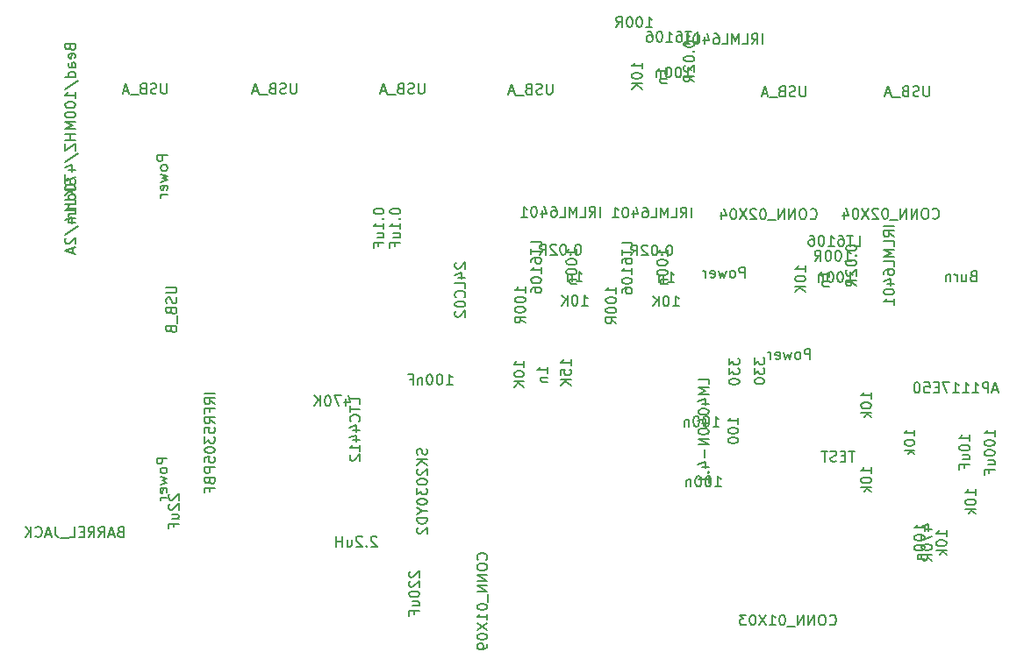
<source format=gbr>
G04 #@! TF.FileFunction,Other,Fab,Bot*
%FSLAX46Y46*%
G04 Gerber Fmt 4.6, Leading zero omitted, Abs format (unit mm)*
G04 Created by KiCad (PCBNEW 4.0.5) date 02/02/17 00:28:59*
%MOMM*%
%LPD*%
G01*
G04 APERTURE LIST*
%ADD10C,0.100000*%
%ADD11C,0.150000*%
G04 APERTURE END LIST*
D10*
D11*
X104571429Y-59702381D02*
X104571429Y-60511905D01*
X104523810Y-60607143D01*
X104476191Y-60654762D01*
X104380953Y-60702381D01*
X104190476Y-60702381D01*
X104095238Y-60654762D01*
X104047619Y-60607143D01*
X104000000Y-60511905D01*
X104000000Y-59702381D01*
X103571429Y-60654762D02*
X103428572Y-60702381D01*
X103190476Y-60702381D01*
X103095238Y-60654762D01*
X103047619Y-60607143D01*
X103000000Y-60511905D01*
X103000000Y-60416667D01*
X103047619Y-60321429D01*
X103095238Y-60273810D01*
X103190476Y-60226190D01*
X103380953Y-60178571D01*
X103476191Y-60130952D01*
X103523810Y-60083333D01*
X103571429Y-59988095D01*
X103571429Y-59892857D01*
X103523810Y-59797619D01*
X103476191Y-59750000D01*
X103380953Y-59702381D01*
X103142857Y-59702381D01*
X103000000Y-59750000D01*
X102238095Y-60178571D02*
X102095238Y-60226190D01*
X102047619Y-60273810D01*
X102000000Y-60369048D01*
X102000000Y-60511905D01*
X102047619Y-60607143D01*
X102095238Y-60654762D01*
X102190476Y-60702381D01*
X102571429Y-60702381D01*
X102571429Y-59702381D01*
X102238095Y-59702381D01*
X102142857Y-59750000D01*
X102095238Y-59797619D01*
X102047619Y-59892857D01*
X102047619Y-59988095D01*
X102095238Y-60083333D01*
X102142857Y-60130952D01*
X102238095Y-60178571D01*
X102571429Y-60178571D01*
X101809524Y-60797619D02*
X101047619Y-60797619D01*
X100857143Y-60416667D02*
X100380952Y-60416667D01*
X100952381Y-60702381D02*
X100619048Y-59702381D01*
X100285714Y-60702381D01*
X117071429Y-59702381D02*
X117071429Y-60511905D01*
X117023810Y-60607143D01*
X116976191Y-60654762D01*
X116880953Y-60702381D01*
X116690476Y-60702381D01*
X116595238Y-60654762D01*
X116547619Y-60607143D01*
X116500000Y-60511905D01*
X116500000Y-59702381D01*
X116071429Y-60654762D02*
X115928572Y-60702381D01*
X115690476Y-60702381D01*
X115595238Y-60654762D01*
X115547619Y-60607143D01*
X115500000Y-60511905D01*
X115500000Y-60416667D01*
X115547619Y-60321429D01*
X115595238Y-60273810D01*
X115690476Y-60226190D01*
X115880953Y-60178571D01*
X115976191Y-60130952D01*
X116023810Y-60083333D01*
X116071429Y-59988095D01*
X116071429Y-59892857D01*
X116023810Y-59797619D01*
X115976191Y-59750000D01*
X115880953Y-59702381D01*
X115642857Y-59702381D01*
X115500000Y-59750000D01*
X114738095Y-60178571D02*
X114595238Y-60226190D01*
X114547619Y-60273810D01*
X114500000Y-60369048D01*
X114500000Y-60511905D01*
X114547619Y-60607143D01*
X114595238Y-60654762D01*
X114690476Y-60702381D01*
X115071429Y-60702381D01*
X115071429Y-59702381D01*
X114738095Y-59702381D01*
X114642857Y-59750000D01*
X114595238Y-59797619D01*
X114547619Y-59892857D01*
X114547619Y-59988095D01*
X114595238Y-60083333D01*
X114642857Y-60130952D01*
X114738095Y-60178571D01*
X115071429Y-60178571D01*
X114309524Y-60797619D02*
X113547619Y-60797619D01*
X113357143Y-60416667D02*
X112880952Y-60416667D01*
X113452381Y-60702381D02*
X113119048Y-59702381D01*
X112785714Y-60702381D01*
X128019619Y-106850132D02*
X127972000Y-106897751D01*
X127924381Y-106992989D01*
X127924381Y-107231085D01*
X127972000Y-107326323D01*
X128019619Y-107373942D01*
X128114857Y-107421561D01*
X128210095Y-107421561D01*
X128352952Y-107373942D01*
X128924381Y-106802513D01*
X128924381Y-107421561D01*
X128019619Y-107802513D02*
X127972000Y-107850132D01*
X127924381Y-107945370D01*
X127924381Y-108183466D01*
X127972000Y-108278704D01*
X128019619Y-108326323D01*
X128114857Y-108373942D01*
X128210095Y-108373942D01*
X128352952Y-108326323D01*
X128924381Y-107754894D01*
X128924381Y-108373942D01*
X127924381Y-108992989D02*
X127924381Y-109088228D01*
X127972000Y-109183466D01*
X128019619Y-109231085D01*
X128114857Y-109278704D01*
X128305333Y-109326323D01*
X128543429Y-109326323D01*
X128733905Y-109278704D01*
X128829143Y-109231085D01*
X128876762Y-109183466D01*
X128924381Y-109088228D01*
X128924381Y-108992989D01*
X128876762Y-108897751D01*
X128829143Y-108850132D01*
X128733905Y-108802513D01*
X128543429Y-108754894D01*
X128305333Y-108754894D01*
X128114857Y-108802513D01*
X128019619Y-108850132D01*
X127972000Y-108897751D01*
X127924381Y-108992989D01*
X128257714Y-110183466D02*
X128924381Y-110183466D01*
X128257714Y-109754894D02*
X128781524Y-109754894D01*
X128876762Y-109802513D01*
X128924381Y-109897751D01*
X128924381Y-110040609D01*
X128876762Y-110135847D01*
X128829143Y-110183466D01*
X128400571Y-110992990D02*
X128400571Y-110659656D01*
X128924381Y-110659656D02*
X127924381Y-110659656D01*
X127924381Y-111135847D01*
X170092381Y-75561905D02*
X170092381Y-75657144D01*
X170140000Y-75752382D01*
X170187619Y-75800001D01*
X170282857Y-75847620D01*
X170473333Y-75895239D01*
X170711429Y-75895239D01*
X170901905Y-75847620D01*
X170997143Y-75800001D01*
X171044762Y-75752382D01*
X171092381Y-75657144D01*
X171092381Y-75561905D01*
X171044762Y-75466667D01*
X170997143Y-75419048D01*
X170901905Y-75371429D01*
X170711429Y-75323810D01*
X170473333Y-75323810D01*
X170282857Y-75371429D01*
X170187619Y-75419048D01*
X170140000Y-75466667D01*
X170092381Y-75561905D01*
X170997143Y-76323810D02*
X171044762Y-76371429D01*
X171092381Y-76323810D01*
X171044762Y-76276191D01*
X170997143Y-76323810D01*
X171092381Y-76323810D01*
X170092381Y-76990476D02*
X170092381Y-77085715D01*
X170140000Y-77180953D01*
X170187619Y-77228572D01*
X170282857Y-77276191D01*
X170473333Y-77323810D01*
X170711429Y-77323810D01*
X170901905Y-77276191D01*
X170997143Y-77228572D01*
X171044762Y-77180953D01*
X171092381Y-77085715D01*
X171092381Y-76990476D01*
X171044762Y-76895238D01*
X170997143Y-76847619D01*
X170901905Y-76800000D01*
X170711429Y-76752381D01*
X170473333Y-76752381D01*
X170282857Y-76800000D01*
X170187619Y-76847619D01*
X170140000Y-76895238D01*
X170092381Y-76990476D01*
X170187619Y-77704762D02*
X170140000Y-77752381D01*
X170092381Y-77847619D01*
X170092381Y-78085715D01*
X170140000Y-78180953D01*
X170187619Y-78228572D01*
X170282857Y-78276191D01*
X170378095Y-78276191D01*
X170520952Y-78228572D01*
X171092381Y-77657143D01*
X171092381Y-78276191D01*
X171092381Y-79276191D02*
X170616190Y-78942857D01*
X171092381Y-78704762D02*
X170092381Y-78704762D01*
X170092381Y-79085715D01*
X170140000Y-79180953D01*
X170187619Y-79228572D01*
X170282857Y-79276191D01*
X170425714Y-79276191D01*
X170520952Y-79228572D01*
X170568571Y-79180953D01*
X170616190Y-79085715D01*
X170616190Y-78704762D01*
X147932381Y-79993334D02*
X147932381Y-79421905D01*
X147932381Y-79707619D02*
X146932381Y-79707619D01*
X147075238Y-79612381D01*
X147170476Y-79517143D01*
X147218095Y-79421905D01*
X146932381Y-80612381D02*
X146932381Y-80707620D01*
X146980000Y-80802858D01*
X147027619Y-80850477D01*
X147122857Y-80898096D01*
X147313333Y-80945715D01*
X147551429Y-80945715D01*
X147741905Y-80898096D01*
X147837143Y-80850477D01*
X147884762Y-80802858D01*
X147932381Y-80707620D01*
X147932381Y-80612381D01*
X147884762Y-80517143D01*
X147837143Y-80469524D01*
X147741905Y-80421905D01*
X147551429Y-80374286D01*
X147313333Y-80374286D01*
X147122857Y-80421905D01*
X147027619Y-80469524D01*
X146980000Y-80517143D01*
X146932381Y-80612381D01*
X146932381Y-81564762D02*
X146932381Y-81660001D01*
X146980000Y-81755239D01*
X147027619Y-81802858D01*
X147122857Y-81850477D01*
X147313333Y-81898096D01*
X147551429Y-81898096D01*
X147741905Y-81850477D01*
X147837143Y-81802858D01*
X147884762Y-81755239D01*
X147932381Y-81660001D01*
X147932381Y-81564762D01*
X147884762Y-81469524D01*
X147837143Y-81421905D01*
X147741905Y-81374286D01*
X147551429Y-81326667D01*
X147313333Y-81326667D01*
X147122857Y-81374286D01*
X147027619Y-81421905D01*
X146980000Y-81469524D01*
X146932381Y-81564762D01*
X147932381Y-82898096D02*
X147456190Y-82564762D01*
X147932381Y-82326667D02*
X146932381Y-82326667D01*
X146932381Y-82707620D01*
X146980000Y-82802858D01*
X147027619Y-82850477D01*
X147122857Y-82898096D01*
X147265714Y-82898096D01*
X147360952Y-82850477D01*
X147408571Y-82802858D01*
X147456190Y-82707620D01*
X147456190Y-82326667D01*
X150826666Y-54272381D02*
X151398095Y-54272381D01*
X151112381Y-54272381D02*
X151112381Y-53272381D01*
X151207619Y-53415238D01*
X151302857Y-53510476D01*
X151398095Y-53558095D01*
X150207619Y-53272381D02*
X150112380Y-53272381D01*
X150017142Y-53320000D01*
X149969523Y-53367619D01*
X149921904Y-53462857D01*
X149874285Y-53653333D01*
X149874285Y-53891429D01*
X149921904Y-54081905D01*
X149969523Y-54177143D01*
X150017142Y-54224762D01*
X150112380Y-54272381D01*
X150207619Y-54272381D01*
X150302857Y-54224762D01*
X150350476Y-54177143D01*
X150398095Y-54081905D01*
X150445714Y-53891429D01*
X150445714Y-53653333D01*
X150398095Y-53462857D01*
X150350476Y-53367619D01*
X150302857Y-53320000D01*
X150207619Y-53272381D01*
X149255238Y-53272381D02*
X149159999Y-53272381D01*
X149064761Y-53320000D01*
X149017142Y-53367619D01*
X148969523Y-53462857D01*
X148921904Y-53653333D01*
X148921904Y-53891429D01*
X148969523Y-54081905D01*
X149017142Y-54177143D01*
X149064761Y-54224762D01*
X149159999Y-54272381D01*
X149255238Y-54272381D01*
X149350476Y-54224762D01*
X149398095Y-54177143D01*
X149445714Y-54081905D01*
X149493333Y-53891429D01*
X149493333Y-53653333D01*
X149445714Y-53462857D01*
X149398095Y-53367619D01*
X149350476Y-53320000D01*
X149255238Y-53272381D01*
X147921904Y-54272381D02*
X148255238Y-53796190D01*
X148493333Y-54272381D02*
X148493333Y-53272381D01*
X148112380Y-53272381D01*
X148017142Y-53320000D01*
X147969523Y-53367619D01*
X147921904Y-53462857D01*
X147921904Y-53605714D01*
X147969523Y-53700952D01*
X148017142Y-53748571D01*
X148112380Y-53796190D01*
X148493333Y-53796190D01*
X154462381Y-55841905D02*
X154462381Y-55937144D01*
X154510000Y-56032382D01*
X154557619Y-56080001D01*
X154652857Y-56127620D01*
X154843333Y-56175239D01*
X155081429Y-56175239D01*
X155271905Y-56127620D01*
X155367143Y-56080001D01*
X155414762Y-56032382D01*
X155462381Y-55937144D01*
X155462381Y-55841905D01*
X155414762Y-55746667D01*
X155367143Y-55699048D01*
X155271905Y-55651429D01*
X155081429Y-55603810D01*
X154843333Y-55603810D01*
X154652857Y-55651429D01*
X154557619Y-55699048D01*
X154510000Y-55746667D01*
X154462381Y-55841905D01*
X155367143Y-56603810D02*
X155414762Y-56651429D01*
X155462381Y-56603810D01*
X155414762Y-56556191D01*
X155367143Y-56603810D01*
X155462381Y-56603810D01*
X154462381Y-57270476D02*
X154462381Y-57365715D01*
X154510000Y-57460953D01*
X154557619Y-57508572D01*
X154652857Y-57556191D01*
X154843333Y-57603810D01*
X155081429Y-57603810D01*
X155271905Y-57556191D01*
X155367143Y-57508572D01*
X155414762Y-57460953D01*
X155462381Y-57365715D01*
X155462381Y-57270476D01*
X155414762Y-57175238D01*
X155367143Y-57127619D01*
X155271905Y-57080000D01*
X155081429Y-57032381D01*
X154843333Y-57032381D01*
X154652857Y-57080000D01*
X154557619Y-57127619D01*
X154510000Y-57175238D01*
X154462381Y-57270476D01*
X154557619Y-57984762D02*
X154510000Y-58032381D01*
X154462381Y-58127619D01*
X154462381Y-58365715D01*
X154510000Y-58460953D01*
X154557619Y-58508572D01*
X154652857Y-58556191D01*
X154748095Y-58556191D01*
X154890952Y-58508572D01*
X155462381Y-57937143D01*
X155462381Y-58556191D01*
X155462381Y-59556191D02*
X154986190Y-59222857D01*
X155462381Y-58984762D02*
X154462381Y-58984762D01*
X154462381Y-59365715D01*
X154510000Y-59460953D01*
X154557619Y-59508572D01*
X154652857Y-59556191D01*
X154795714Y-59556191D01*
X154890952Y-59508572D01*
X154938571Y-59460953D01*
X154986190Y-59365715D01*
X154986190Y-58984762D01*
X168492381Y-78433334D02*
X168492381Y-77861905D01*
X168492381Y-78147619D02*
X167492381Y-78147619D01*
X167635238Y-78052381D01*
X167730476Y-77957143D01*
X167778095Y-77861905D01*
X167825714Y-78861905D02*
X168492381Y-78861905D01*
X167920952Y-78861905D02*
X167873333Y-78909524D01*
X167825714Y-79004762D01*
X167825714Y-79147620D01*
X167873333Y-79242858D01*
X167968571Y-79290477D01*
X168492381Y-79290477D01*
X170209047Y-78902381D02*
X170780476Y-78902381D01*
X170494762Y-78902381D02*
X170494762Y-77902381D01*
X170590000Y-78045238D01*
X170685238Y-78140476D01*
X170780476Y-78188095D01*
X169590000Y-77902381D02*
X169494761Y-77902381D01*
X169399523Y-77950000D01*
X169351904Y-77997619D01*
X169304285Y-78092857D01*
X169256666Y-78283333D01*
X169256666Y-78521429D01*
X169304285Y-78711905D01*
X169351904Y-78807143D01*
X169399523Y-78854762D01*
X169494761Y-78902381D01*
X169590000Y-78902381D01*
X169685238Y-78854762D01*
X169732857Y-78807143D01*
X169780476Y-78711905D01*
X169828095Y-78521429D01*
X169828095Y-78283333D01*
X169780476Y-78092857D01*
X169732857Y-77997619D01*
X169685238Y-77950000D01*
X169590000Y-77902381D01*
X168637619Y-77902381D02*
X168542380Y-77902381D01*
X168447142Y-77950000D01*
X168399523Y-77997619D01*
X168351904Y-78092857D01*
X168304285Y-78283333D01*
X168304285Y-78521429D01*
X168351904Y-78711905D01*
X168399523Y-78807143D01*
X168447142Y-78854762D01*
X168542380Y-78902381D01*
X168637619Y-78902381D01*
X168732857Y-78854762D01*
X168780476Y-78807143D01*
X168828095Y-78711905D01*
X168875714Y-78521429D01*
X168875714Y-78283333D01*
X168828095Y-78092857D01*
X168780476Y-77997619D01*
X168732857Y-77950000D01*
X168637619Y-77902381D01*
X167875714Y-78235714D02*
X167875714Y-78902381D01*
X167875714Y-78330952D02*
X167828095Y-78283333D01*
X167732857Y-78235714D01*
X167589999Y-78235714D01*
X167494761Y-78283333D01*
X167447142Y-78378571D01*
X167447142Y-78902381D01*
X170966190Y-75402381D02*
X171442381Y-75402381D01*
X171442381Y-74402381D01*
X170775714Y-74402381D02*
X170204285Y-74402381D01*
X170490000Y-75402381D02*
X170490000Y-74402381D01*
X169442380Y-74402381D02*
X169632857Y-74402381D01*
X169728095Y-74450000D01*
X169775714Y-74497619D01*
X169870952Y-74640476D01*
X169918571Y-74830952D01*
X169918571Y-75211905D01*
X169870952Y-75307143D01*
X169823333Y-75354762D01*
X169728095Y-75402381D01*
X169537618Y-75402381D01*
X169442380Y-75354762D01*
X169394761Y-75307143D01*
X169347142Y-75211905D01*
X169347142Y-74973810D01*
X169394761Y-74878571D01*
X169442380Y-74830952D01*
X169537618Y-74783333D01*
X169728095Y-74783333D01*
X169823333Y-74830952D01*
X169870952Y-74878571D01*
X169918571Y-74973810D01*
X168394761Y-75402381D02*
X168966190Y-75402381D01*
X168680476Y-75402381D02*
X168680476Y-74402381D01*
X168775714Y-74545238D01*
X168870952Y-74640476D01*
X168966190Y-74688095D01*
X167775714Y-74402381D02*
X167680475Y-74402381D01*
X167585237Y-74450000D01*
X167537618Y-74497619D01*
X167489999Y-74592857D01*
X167442380Y-74783333D01*
X167442380Y-75021429D01*
X167489999Y-75211905D01*
X167537618Y-75307143D01*
X167585237Y-75354762D01*
X167680475Y-75402381D01*
X167775714Y-75402381D01*
X167870952Y-75354762D01*
X167918571Y-75307143D01*
X167966190Y-75211905D01*
X168013809Y-75021429D01*
X168013809Y-74783333D01*
X167966190Y-74592857D01*
X167918571Y-74497619D01*
X167870952Y-74450000D01*
X167775714Y-74402381D01*
X166585237Y-74402381D02*
X166775714Y-74402381D01*
X166870952Y-74450000D01*
X166918571Y-74497619D01*
X167013809Y-74640476D01*
X167061428Y-74830952D01*
X167061428Y-75211905D01*
X167013809Y-75307143D01*
X166966190Y-75354762D01*
X166870952Y-75402381D01*
X166680475Y-75402381D01*
X166585237Y-75354762D01*
X166537618Y-75307143D01*
X166489999Y-75211905D01*
X166489999Y-74973810D01*
X166537618Y-74878571D01*
X166585237Y-74830952D01*
X166680475Y-74783333D01*
X166870952Y-74783333D01*
X166966190Y-74830952D01*
X167013809Y-74878571D01*
X167061428Y-74973810D01*
X170006666Y-76852381D02*
X170578095Y-76852381D01*
X170292381Y-76852381D02*
X170292381Y-75852381D01*
X170387619Y-75995238D01*
X170482857Y-76090476D01*
X170578095Y-76138095D01*
X169387619Y-75852381D02*
X169292380Y-75852381D01*
X169197142Y-75900000D01*
X169149523Y-75947619D01*
X169101904Y-76042857D01*
X169054285Y-76233333D01*
X169054285Y-76471429D01*
X169101904Y-76661905D01*
X169149523Y-76757143D01*
X169197142Y-76804762D01*
X169292380Y-76852381D01*
X169387619Y-76852381D01*
X169482857Y-76804762D01*
X169530476Y-76757143D01*
X169578095Y-76661905D01*
X169625714Y-76471429D01*
X169625714Y-76233333D01*
X169578095Y-76042857D01*
X169530476Y-75947619D01*
X169482857Y-75900000D01*
X169387619Y-75852381D01*
X168435238Y-75852381D02*
X168339999Y-75852381D01*
X168244761Y-75900000D01*
X168197142Y-75947619D01*
X168149523Y-76042857D01*
X168101904Y-76233333D01*
X168101904Y-76471429D01*
X168149523Y-76661905D01*
X168197142Y-76757143D01*
X168244761Y-76804762D01*
X168339999Y-76852381D01*
X168435238Y-76852381D01*
X168530476Y-76804762D01*
X168578095Y-76757143D01*
X168625714Y-76661905D01*
X168673333Y-76471429D01*
X168673333Y-76233333D01*
X168625714Y-76042857D01*
X168578095Y-75947619D01*
X168530476Y-75900000D01*
X168435238Y-75852381D01*
X167101904Y-76852381D02*
X167435238Y-76376190D01*
X167673333Y-76852381D02*
X167673333Y-75852381D01*
X167292380Y-75852381D01*
X167197142Y-75900000D01*
X167149523Y-75947619D01*
X167101904Y-76042857D01*
X167101904Y-76185714D01*
X167149523Y-76280952D01*
X167197142Y-76328571D01*
X167292380Y-76376190D01*
X167673333Y-76376190D01*
X166192381Y-77909524D02*
X166192381Y-77338095D01*
X166192381Y-77623809D02*
X165192381Y-77623809D01*
X165335238Y-77528571D01*
X165430476Y-77433333D01*
X165478095Y-77338095D01*
X165192381Y-78528571D02*
X165192381Y-78623810D01*
X165240000Y-78719048D01*
X165287619Y-78766667D01*
X165382857Y-78814286D01*
X165573333Y-78861905D01*
X165811429Y-78861905D01*
X166001905Y-78814286D01*
X166097143Y-78766667D01*
X166144762Y-78719048D01*
X166192381Y-78623810D01*
X166192381Y-78528571D01*
X166144762Y-78433333D01*
X166097143Y-78385714D01*
X166001905Y-78338095D01*
X165811429Y-78290476D01*
X165573333Y-78290476D01*
X165382857Y-78338095D01*
X165287619Y-78385714D01*
X165240000Y-78433333D01*
X165192381Y-78528571D01*
X166192381Y-79290476D02*
X165192381Y-79290476D01*
X166192381Y-79861905D02*
X165620952Y-79433333D01*
X165192381Y-79861905D02*
X165763810Y-79290476D01*
X153400476Y-81222381D02*
X153971905Y-81222381D01*
X153686191Y-81222381D02*
X153686191Y-80222381D01*
X153781429Y-80365238D01*
X153876667Y-80460476D01*
X153971905Y-80508095D01*
X152781429Y-80222381D02*
X152686190Y-80222381D01*
X152590952Y-80270000D01*
X152543333Y-80317619D01*
X152495714Y-80412857D01*
X152448095Y-80603333D01*
X152448095Y-80841429D01*
X152495714Y-81031905D01*
X152543333Y-81127143D01*
X152590952Y-81174762D01*
X152686190Y-81222381D01*
X152781429Y-81222381D01*
X152876667Y-81174762D01*
X152924286Y-81127143D01*
X152971905Y-81031905D01*
X153019524Y-80841429D01*
X153019524Y-80603333D01*
X152971905Y-80412857D01*
X152924286Y-80317619D01*
X152876667Y-80270000D01*
X152781429Y-80222381D01*
X152019524Y-81222381D02*
X152019524Y-80222381D01*
X151448095Y-81222381D02*
X151876667Y-80650952D01*
X151448095Y-80222381D02*
X152019524Y-80793810D01*
X152812381Y-58813334D02*
X152812381Y-58241905D01*
X152812381Y-58527619D02*
X151812381Y-58527619D01*
X151955238Y-58432381D01*
X152050476Y-58337143D01*
X152098095Y-58241905D01*
X152145714Y-59241905D02*
X152812381Y-59241905D01*
X152240952Y-59241905D02*
X152193333Y-59289524D01*
X152145714Y-59384762D01*
X152145714Y-59527620D01*
X152193333Y-59622858D01*
X152288571Y-59670477D01*
X152812381Y-59670477D01*
X155336190Y-55682381D02*
X155812381Y-55682381D01*
X155812381Y-54682381D01*
X155145714Y-54682381D02*
X154574285Y-54682381D01*
X154860000Y-55682381D02*
X154860000Y-54682381D01*
X153812380Y-54682381D02*
X154002857Y-54682381D01*
X154098095Y-54730000D01*
X154145714Y-54777619D01*
X154240952Y-54920476D01*
X154288571Y-55110952D01*
X154288571Y-55491905D01*
X154240952Y-55587143D01*
X154193333Y-55634762D01*
X154098095Y-55682381D01*
X153907618Y-55682381D01*
X153812380Y-55634762D01*
X153764761Y-55587143D01*
X153717142Y-55491905D01*
X153717142Y-55253810D01*
X153764761Y-55158571D01*
X153812380Y-55110952D01*
X153907618Y-55063333D01*
X154098095Y-55063333D01*
X154193333Y-55110952D01*
X154240952Y-55158571D01*
X154288571Y-55253810D01*
X152764761Y-55682381D02*
X153336190Y-55682381D01*
X153050476Y-55682381D02*
X153050476Y-54682381D01*
X153145714Y-54825238D01*
X153240952Y-54920476D01*
X153336190Y-54968095D01*
X152145714Y-54682381D02*
X152050475Y-54682381D01*
X151955237Y-54730000D01*
X151907618Y-54777619D01*
X151859999Y-54872857D01*
X151812380Y-55063333D01*
X151812380Y-55301429D01*
X151859999Y-55491905D01*
X151907618Y-55587143D01*
X151955237Y-55634762D01*
X152050475Y-55682381D01*
X152145714Y-55682381D01*
X152240952Y-55634762D01*
X152288571Y-55587143D01*
X152336190Y-55491905D01*
X152383809Y-55301429D01*
X152383809Y-55063333D01*
X152336190Y-54872857D01*
X152288571Y-54777619D01*
X152240952Y-54730000D01*
X152145714Y-54682381D01*
X150955237Y-54682381D02*
X151145714Y-54682381D01*
X151240952Y-54730000D01*
X151288571Y-54777619D01*
X151383809Y-54920476D01*
X151431428Y-55110952D01*
X151431428Y-55491905D01*
X151383809Y-55587143D01*
X151336190Y-55634762D01*
X151240952Y-55682381D01*
X151050475Y-55682381D01*
X150955237Y-55634762D01*
X150907618Y-55587143D01*
X150859999Y-55491905D01*
X150859999Y-55253810D01*
X150907618Y-55158571D01*
X150955237Y-55110952D01*
X151050475Y-55063333D01*
X151240952Y-55063333D01*
X151336190Y-55110952D01*
X151383809Y-55158571D01*
X151431428Y-55253810D01*
X152926666Y-78922381D02*
X153498095Y-78922381D01*
X153212381Y-78922381D02*
X153212381Y-77922381D01*
X153307619Y-78065238D01*
X153402857Y-78160476D01*
X153498095Y-78208095D01*
X152498095Y-78255714D02*
X152498095Y-78922381D01*
X152498095Y-78350952D02*
X152450476Y-78303333D01*
X152355238Y-78255714D01*
X152212380Y-78255714D01*
X152117142Y-78303333D01*
X152069523Y-78398571D01*
X152069523Y-78922381D01*
X149462381Y-75543810D02*
X149462381Y-75067619D01*
X148462381Y-75067619D01*
X148462381Y-75734286D02*
X148462381Y-76305715D01*
X149462381Y-76020000D02*
X148462381Y-76020000D01*
X148462381Y-77067620D02*
X148462381Y-76877143D01*
X148510000Y-76781905D01*
X148557619Y-76734286D01*
X148700476Y-76639048D01*
X148890952Y-76591429D01*
X149271905Y-76591429D01*
X149367143Y-76639048D01*
X149414762Y-76686667D01*
X149462381Y-76781905D01*
X149462381Y-76972382D01*
X149414762Y-77067620D01*
X149367143Y-77115239D01*
X149271905Y-77162858D01*
X149033810Y-77162858D01*
X148938571Y-77115239D01*
X148890952Y-77067620D01*
X148843333Y-76972382D01*
X148843333Y-76781905D01*
X148890952Y-76686667D01*
X148938571Y-76639048D01*
X149033810Y-76591429D01*
X149462381Y-78115239D02*
X149462381Y-77543810D01*
X149462381Y-77829524D02*
X148462381Y-77829524D01*
X148605238Y-77734286D01*
X148700476Y-77639048D01*
X148748095Y-77543810D01*
X148462381Y-78734286D02*
X148462381Y-78829525D01*
X148510000Y-78924763D01*
X148557619Y-78972382D01*
X148652857Y-79020001D01*
X148843333Y-79067620D01*
X149081429Y-79067620D01*
X149271905Y-79020001D01*
X149367143Y-78972382D01*
X149414762Y-78924763D01*
X149462381Y-78829525D01*
X149462381Y-78734286D01*
X149414762Y-78639048D01*
X149367143Y-78591429D01*
X149271905Y-78543810D01*
X149081429Y-78496191D01*
X148843333Y-78496191D01*
X148652857Y-78543810D01*
X148557619Y-78591429D01*
X148510000Y-78639048D01*
X148462381Y-78734286D01*
X148462381Y-79924763D02*
X148462381Y-79734286D01*
X148510000Y-79639048D01*
X148557619Y-79591429D01*
X148700476Y-79496191D01*
X148890952Y-79448572D01*
X149271905Y-79448572D01*
X149367143Y-79496191D01*
X149414762Y-79543810D01*
X149462381Y-79639048D01*
X149462381Y-79829525D01*
X149414762Y-79924763D01*
X149367143Y-79972382D01*
X149271905Y-80020001D01*
X149033810Y-80020001D01*
X148938571Y-79972382D01*
X148890952Y-79924763D01*
X148843333Y-79829525D01*
X148843333Y-79639048D01*
X148890952Y-79543810D01*
X148938571Y-79496191D01*
X149033810Y-79448572D01*
X150412381Y-58289524D02*
X150412381Y-57718095D01*
X150412381Y-58003809D02*
X149412381Y-58003809D01*
X149555238Y-57908571D01*
X149650476Y-57813333D01*
X149698095Y-57718095D01*
X149412381Y-58908571D02*
X149412381Y-59003810D01*
X149460000Y-59099048D01*
X149507619Y-59146667D01*
X149602857Y-59194286D01*
X149793333Y-59241905D01*
X150031429Y-59241905D01*
X150221905Y-59194286D01*
X150317143Y-59146667D01*
X150364762Y-59099048D01*
X150412381Y-59003810D01*
X150412381Y-58908571D01*
X150364762Y-58813333D01*
X150317143Y-58765714D01*
X150221905Y-58718095D01*
X150031429Y-58670476D01*
X149793333Y-58670476D01*
X149602857Y-58718095D01*
X149507619Y-58765714D01*
X149460000Y-58813333D01*
X149412381Y-58908571D01*
X150412381Y-59670476D02*
X149412381Y-59670476D01*
X150412381Y-60241905D02*
X149840952Y-59813333D01*
X149412381Y-60241905D02*
X149983810Y-59670476D01*
X144590476Y-81152381D02*
X145161905Y-81152381D01*
X144876191Y-81152381D02*
X144876191Y-80152381D01*
X144971429Y-80295238D01*
X145066667Y-80390476D01*
X145161905Y-80438095D01*
X143971429Y-80152381D02*
X143876190Y-80152381D01*
X143780952Y-80200000D01*
X143733333Y-80247619D01*
X143685714Y-80342857D01*
X143638095Y-80533333D01*
X143638095Y-80771429D01*
X143685714Y-80961905D01*
X143733333Y-81057143D01*
X143780952Y-81104762D01*
X143876190Y-81152381D01*
X143971429Y-81152381D01*
X144066667Y-81104762D01*
X144114286Y-81057143D01*
X144161905Y-80961905D01*
X144209524Y-80771429D01*
X144209524Y-80533333D01*
X144161905Y-80342857D01*
X144114286Y-80247619D01*
X144066667Y-80200000D01*
X143971429Y-80152381D01*
X143209524Y-81152381D02*
X143209524Y-80152381D01*
X142638095Y-81152381D02*
X143066667Y-80580952D01*
X142638095Y-80152381D02*
X143209524Y-80723810D01*
X144102381Y-76280953D02*
X144102381Y-75709524D01*
X144102381Y-75995238D02*
X143102381Y-75995238D01*
X143245238Y-75900000D01*
X143340476Y-75804762D01*
X143388095Y-75709524D01*
X143102381Y-76900000D02*
X143102381Y-76995239D01*
X143150000Y-77090477D01*
X143197619Y-77138096D01*
X143292857Y-77185715D01*
X143483333Y-77233334D01*
X143721429Y-77233334D01*
X143911905Y-77185715D01*
X144007143Y-77138096D01*
X144054762Y-77090477D01*
X144102381Y-76995239D01*
X144102381Y-76900000D01*
X144054762Y-76804762D01*
X144007143Y-76757143D01*
X143911905Y-76709524D01*
X143721429Y-76661905D01*
X143483333Y-76661905D01*
X143292857Y-76709524D01*
X143197619Y-76757143D01*
X143150000Y-76804762D01*
X143102381Y-76900000D01*
X143102381Y-77852381D02*
X143102381Y-77947620D01*
X143150000Y-78042858D01*
X143197619Y-78090477D01*
X143292857Y-78138096D01*
X143483333Y-78185715D01*
X143721429Y-78185715D01*
X143911905Y-78138096D01*
X144007143Y-78090477D01*
X144054762Y-78042858D01*
X144102381Y-77947620D01*
X144102381Y-77852381D01*
X144054762Y-77757143D01*
X144007143Y-77709524D01*
X143911905Y-77661905D01*
X143721429Y-77614286D01*
X143483333Y-77614286D01*
X143292857Y-77661905D01*
X143197619Y-77709524D01*
X143150000Y-77757143D01*
X143102381Y-77852381D01*
X143435714Y-78614286D02*
X144102381Y-78614286D01*
X143530952Y-78614286D02*
X143483333Y-78661905D01*
X143435714Y-78757143D01*
X143435714Y-78900001D01*
X143483333Y-78995239D01*
X143578571Y-79042858D01*
X144102381Y-79042858D01*
X139152381Y-79933334D02*
X139152381Y-79361905D01*
X139152381Y-79647619D02*
X138152381Y-79647619D01*
X138295238Y-79552381D01*
X138390476Y-79457143D01*
X138438095Y-79361905D01*
X138152381Y-80552381D02*
X138152381Y-80647620D01*
X138200000Y-80742858D01*
X138247619Y-80790477D01*
X138342857Y-80838096D01*
X138533333Y-80885715D01*
X138771429Y-80885715D01*
X138961905Y-80838096D01*
X139057143Y-80790477D01*
X139104762Y-80742858D01*
X139152381Y-80647620D01*
X139152381Y-80552381D01*
X139104762Y-80457143D01*
X139057143Y-80409524D01*
X138961905Y-80361905D01*
X138771429Y-80314286D01*
X138533333Y-80314286D01*
X138342857Y-80361905D01*
X138247619Y-80409524D01*
X138200000Y-80457143D01*
X138152381Y-80552381D01*
X138152381Y-81504762D02*
X138152381Y-81600001D01*
X138200000Y-81695239D01*
X138247619Y-81742858D01*
X138342857Y-81790477D01*
X138533333Y-81838096D01*
X138771429Y-81838096D01*
X138961905Y-81790477D01*
X139057143Y-81742858D01*
X139104762Y-81695239D01*
X139152381Y-81600001D01*
X139152381Y-81504762D01*
X139104762Y-81409524D01*
X139057143Y-81361905D01*
X138961905Y-81314286D01*
X138771429Y-81266667D01*
X138533333Y-81266667D01*
X138342857Y-81314286D01*
X138247619Y-81361905D01*
X138200000Y-81409524D01*
X138152381Y-81504762D01*
X139152381Y-82838096D02*
X138676190Y-82504762D01*
X139152381Y-82266667D02*
X138152381Y-82266667D01*
X138152381Y-82647620D01*
X138200000Y-82742858D01*
X138247619Y-82790477D01*
X138342857Y-82838096D01*
X138485714Y-82838096D01*
X138580952Y-82790477D01*
X138628571Y-82742858D01*
X138676190Y-82647620D01*
X138676190Y-82266667D01*
X144288095Y-75252381D02*
X144192856Y-75252381D01*
X144097618Y-75300000D01*
X144049999Y-75347619D01*
X144002380Y-75442857D01*
X143954761Y-75633333D01*
X143954761Y-75871429D01*
X144002380Y-76061905D01*
X144049999Y-76157143D01*
X144097618Y-76204762D01*
X144192856Y-76252381D01*
X144288095Y-76252381D01*
X144383333Y-76204762D01*
X144430952Y-76157143D01*
X144478571Y-76061905D01*
X144526190Y-75871429D01*
X144526190Y-75633333D01*
X144478571Y-75442857D01*
X144430952Y-75347619D01*
X144383333Y-75300000D01*
X144288095Y-75252381D01*
X143526190Y-76157143D02*
X143478571Y-76204762D01*
X143526190Y-76252381D01*
X143573809Y-76204762D01*
X143526190Y-76157143D01*
X143526190Y-76252381D01*
X142859524Y-75252381D02*
X142764285Y-75252381D01*
X142669047Y-75300000D01*
X142621428Y-75347619D01*
X142573809Y-75442857D01*
X142526190Y-75633333D01*
X142526190Y-75871429D01*
X142573809Y-76061905D01*
X142621428Y-76157143D01*
X142669047Y-76204762D01*
X142764285Y-76252381D01*
X142859524Y-76252381D01*
X142954762Y-76204762D01*
X143002381Y-76157143D01*
X143050000Y-76061905D01*
X143097619Y-75871429D01*
X143097619Y-75633333D01*
X143050000Y-75442857D01*
X143002381Y-75347619D01*
X142954762Y-75300000D01*
X142859524Y-75252381D01*
X142145238Y-75347619D02*
X142097619Y-75300000D01*
X142002381Y-75252381D01*
X141764285Y-75252381D01*
X141669047Y-75300000D01*
X141621428Y-75347619D01*
X141573809Y-75442857D01*
X141573809Y-75538095D01*
X141621428Y-75680952D01*
X142192857Y-76252381D01*
X141573809Y-76252381D01*
X140573809Y-76252381D02*
X140907143Y-75776190D01*
X141145238Y-76252381D02*
X141145238Y-75252381D01*
X140764285Y-75252381D01*
X140669047Y-75300000D01*
X140621428Y-75347619D01*
X140573809Y-75442857D01*
X140573809Y-75585714D01*
X140621428Y-75680952D01*
X140669047Y-75728571D01*
X140764285Y-75776190D01*
X141145238Y-75776190D01*
X140702381Y-75473810D02*
X140702381Y-74997619D01*
X139702381Y-74997619D01*
X139702381Y-75664286D02*
X139702381Y-76235715D01*
X140702381Y-75950000D02*
X139702381Y-75950000D01*
X139702381Y-76997620D02*
X139702381Y-76807143D01*
X139750000Y-76711905D01*
X139797619Y-76664286D01*
X139940476Y-76569048D01*
X140130952Y-76521429D01*
X140511905Y-76521429D01*
X140607143Y-76569048D01*
X140654762Y-76616667D01*
X140702381Y-76711905D01*
X140702381Y-76902382D01*
X140654762Y-76997620D01*
X140607143Y-77045239D01*
X140511905Y-77092858D01*
X140273810Y-77092858D01*
X140178571Y-77045239D01*
X140130952Y-76997620D01*
X140083333Y-76902382D01*
X140083333Y-76711905D01*
X140130952Y-76616667D01*
X140178571Y-76569048D01*
X140273810Y-76521429D01*
X140702381Y-78045239D02*
X140702381Y-77473810D01*
X140702381Y-77759524D02*
X139702381Y-77759524D01*
X139845238Y-77664286D01*
X139940476Y-77569048D01*
X139988095Y-77473810D01*
X139702381Y-78664286D02*
X139702381Y-78759525D01*
X139750000Y-78854763D01*
X139797619Y-78902382D01*
X139892857Y-78950001D01*
X140083333Y-78997620D01*
X140321429Y-78997620D01*
X140511905Y-78950001D01*
X140607143Y-78902382D01*
X140654762Y-78854763D01*
X140702381Y-78759525D01*
X140702381Y-78664286D01*
X140654762Y-78569048D01*
X140607143Y-78521429D01*
X140511905Y-78473810D01*
X140321429Y-78426191D01*
X140083333Y-78426191D01*
X139892857Y-78473810D01*
X139797619Y-78521429D01*
X139750000Y-78569048D01*
X139702381Y-78664286D01*
X139702381Y-79854763D02*
X139702381Y-79664286D01*
X139750000Y-79569048D01*
X139797619Y-79521429D01*
X139940476Y-79426191D01*
X140130952Y-79378572D01*
X140511905Y-79378572D01*
X140607143Y-79426191D01*
X140654762Y-79473810D01*
X140702381Y-79569048D01*
X140702381Y-79759525D01*
X140654762Y-79854763D01*
X140607143Y-79902382D01*
X140511905Y-79950001D01*
X140273810Y-79950001D01*
X140178571Y-79902382D01*
X140130952Y-79854763D01*
X140083333Y-79759525D01*
X140083333Y-79569048D01*
X140130952Y-79473810D01*
X140178571Y-79426191D01*
X140273810Y-79378572D01*
X144066666Y-78852381D02*
X144638095Y-78852381D01*
X144352381Y-78852381D02*
X144352381Y-77852381D01*
X144447619Y-77995238D01*
X144542857Y-78090476D01*
X144638095Y-78138095D01*
X143638095Y-78185714D02*
X143638095Y-78852381D01*
X143638095Y-78280952D02*
X143590476Y-78233333D01*
X143495238Y-78185714D01*
X143352380Y-78185714D01*
X143257142Y-78233333D01*
X143209523Y-78328571D01*
X143209523Y-78852381D01*
X154579047Y-59132381D02*
X155150476Y-59132381D01*
X154864762Y-59132381D02*
X154864762Y-58132381D01*
X154960000Y-58275238D01*
X155055238Y-58370476D01*
X155150476Y-58418095D01*
X153960000Y-58132381D02*
X153864761Y-58132381D01*
X153769523Y-58180000D01*
X153721904Y-58227619D01*
X153674285Y-58322857D01*
X153626666Y-58513333D01*
X153626666Y-58751429D01*
X153674285Y-58941905D01*
X153721904Y-59037143D01*
X153769523Y-59084762D01*
X153864761Y-59132381D01*
X153960000Y-59132381D01*
X154055238Y-59084762D01*
X154102857Y-59037143D01*
X154150476Y-58941905D01*
X154198095Y-58751429D01*
X154198095Y-58513333D01*
X154150476Y-58322857D01*
X154102857Y-58227619D01*
X154055238Y-58180000D01*
X153960000Y-58132381D01*
X153007619Y-58132381D02*
X152912380Y-58132381D01*
X152817142Y-58180000D01*
X152769523Y-58227619D01*
X152721904Y-58322857D01*
X152674285Y-58513333D01*
X152674285Y-58751429D01*
X152721904Y-58941905D01*
X152769523Y-59037143D01*
X152817142Y-59084762D01*
X152912380Y-59132381D01*
X153007619Y-59132381D01*
X153102857Y-59084762D01*
X153150476Y-59037143D01*
X153198095Y-58941905D01*
X153245714Y-58751429D01*
X153245714Y-58513333D01*
X153198095Y-58322857D01*
X153150476Y-58227619D01*
X153102857Y-58180000D01*
X153007619Y-58132381D01*
X152245714Y-58465714D02*
X152245714Y-59132381D01*
X152245714Y-58560952D02*
X152198095Y-58513333D01*
X152102857Y-58465714D01*
X151959999Y-58465714D01*
X151864761Y-58513333D01*
X151817142Y-58608571D01*
X151817142Y-59132381D01*
X153098095Y-75322381D02*
X153002856Y-75322381D01*
X152907618Y-75370000D01*
X152859999Y-75417619D01*
X152812380Y-75512857D01*
X152764761Y-75703333D01*
X152764761Y-75941429D01*
X152812380Y-76131905D01*
X152859999Y-76227143D01*
X152907618Y-76274762D01*
X153002856Y-76322381D01*
X153098095Y-76322381D01*
X153193333Y-76274762D01*
X153240952Y-76227143D01*
X153288571Y-76131905D01*
X153336190Y-75941429D01*
X153336190Y-75703333D01*
X153288571Y-75512857D01*
X153240952Y-75417619D01*
X153193333Y-75370000D01*
X153098095Y-75322381D01*
X152336190Y-76227143D02*
X152288571Y-76274762D01*
X152336190Y-76322381D01*
X152383809Y-76274762D01*
X152336190Y-76227143D01*
X152336190Y-76322381D01*
X151669524Y-75322381D02*
X151574285Y-75322381D01*
X151479047Y-75370000D01*
X151431428Y-75417619D01*
X151383809Y-75512857D01*
X151336190Y-75703333D01*
X151336190Y-75941429D01*
X151383809Y-76131905D01*
X151431428Y-76227143D01*
X151479047Y-76274762D01*
X151574285Y-76322381D01*
X151669524Y-76322381D01*
X151764762Y-76274762D01*
X151812381Y-76227143D01*
X151860000Y-76131905D01*
X151907619Y-75941429D01*
X151907619Y-75703333D01*
X151860000Y-75512857D01*
X151812381Y-75417619D01*
X151764762Y-75370000D01*
X151669524Y-75322381D01*
X150955238Y-75417619D02*
X150907619Y-75370000D01*
X150812381Y-75322381D01*
X150574285Y-75322381D01*
X150479047Y-75370000D01*
X150431428Y-75417619D01*
X150383809Y-75512857D01*
X150383809Y-75608095D01*
X150431428Y-75750952D01*
X151002857Y-76322381D01*
X150383809Y-76322381D01*
X149383809Y-76322381D02*
X149717143Y-75846190D01*
X149955238Y-76322381D02*
X149955238Y-75322381D01*
X149574285Y-75322381D01*
X149479047Y-75370000D01*
X149431428Y-75417619D01*
X149383809Y-75512857D01*
X149383809Y-75655714D01*
X149431428Y-75750952D01*
X149479047Y-75798571D01*
X149574285Y-75846190D01*
X149955238Y-75846190D01*
X161252381Y-86214286D02*
X161252381Y-86833334D01*
X161633333Y-86500000D01*
X161633333Y-86642858D01*
X161680952Y-86738096D01*
X161728571Y-86785715D01*
X161823810Y-86833334D01*
X162061905Y-86833334D01*
X162157143Y-86785715D01*
X162204762Y-86738096D01*
X162252381Y-86642858D01*
X162252381Y-86357143D01*
X162204762Y-86261905D01*
X162157143Y-86214286D01*
X161252381Y-87166667D02*
X161252381Y-87785715D01*
X161633333Y-87452381D01*
X161633333Y-87595239D01*
X161680952Y-87690477D01*
X161728571Y-87738096D01*
X161823810Y-87785715D01*
X162061905Y-87785715D01*
X162157143Y-87738096D01*
X162204762Y-87690477D01*
X162252381Y-87595239D01*
X162252381Y-87309524D01*
X162204762Y-87214286D01*
X162157143Y-87166667D01*
X161252381Y-88404762D02*
X161252381Y-88500001D01*
X161300000Y-88595239D01*
X161347619Y-88642858D01*
X161442857Y-88690477D01*
X161633333Y-88738096D01*
X161871429Y-88738096D01*
X162061905Y-88690477D01*
X162157143Y-88642858D01*
X162204762Y-88595239D01*
X162252381Y-88500001D01*
X162252381Y-88404762D01*
X162204762Y-88309524D01*
X162157143Y-88261905D01*
X162061905Y-88214286D01*
X161871429Y-88166667D01*
X161633333Y-88166667D01*
X161442857Y-88214286D01*
X161347619Y-88261905D01*
X161300000Y-88309524D01*
X161252381Y-88404762D01*
X104502361Y-79377143D02*
X105311885Y-79377143D01*
X105407123Y-79424762D01*
X105454742Y-79472381D01*
X105502361Y-79567619D01*
X105502361Y-79758096D01*
X105454742Y-79853334D01*
X105407123Y-79900953D01*
X105311885Y-79948572D01*
X104502361Y-79948572D01*
X105454742Y-80377143D02*
X105502361Y-80520000D01*
X105502361Y-80758096D01*
X105454742Y-80853334D01*
X105407123Y-80900953D01*
X105311885Y-80948572D01*
X105216647Y-80948572D01*
X105121409Y-80900953D01*
X105073790Y-80853334D01*
X105026170Y-80758096D01*
X104978551Y-80567619D01*
X104930932Y-80472381D01*
X104883313Y-80424762D01*
X104788075Y-80377143D01*
X104692837Y-80377143D01*
X104597599Y-80424762D01*
X104549980Y-80472381D01*
X104502361Y-80567619D01*
X104502361Y-80805715D01*
X104549980Y-80948572D01*
X104978551Y-81710477D02*
X105026170Y-81853334D01*
X105073790Y-81900953D01*
X105169028Y-81948572D01*
X105311885Y-81948572D01*
X105407123Y-81900953D01*
X105454742Y-81853334D01*
X105502361Y-81758096D01*
X105502361Y-81377143D01*
X104502361Y-81377143D01*
X104502361Y-81710477D01*
X104549980Y-81805715D01*
X104597599Y-81853334D01*
X104692837Y-81900953D01*
X104788075Y-81900953D01*
X104883313Y-81853334D01*
X104930932Y-81805715D01*
X104978551Y-81710477D01*
X104978551Y-81377143D01*
X105597599Y-82139048D02*
X105597599Y-82900953D01*
X104978551Y-83472382D02*
X105026170Y-83615239D01*
X105073790Y-83662858D01*
X105169028Y-83710477D01*
X105311885Y-83710477D01*
X105407123Y-83662858D01*
X105454742Y-83615239D01*
X105502361Y-83520001D01*
X105502361Y-83139048D01*
X104502361Y-83139048D01*
X104502361Y-83472382D01*
X104549980Y-83567620D01*
X104597599Y-83615239D01*
X104692837Y-83662858D01*
X104788075Y-83662858D01*
X104883313Y-83615239D01*
X104930932Y-83567620D01*
X104978551Y-83472382D01*
X104978551Y-83139048D01*
X160352191Y-78465381D02*
X160352191Y-77465381D01*
X159971238Y-77465381D01*
X159876000Y-77513000D01*
X159828381Y-77560619D01*
X159780762Y-77655857D01*
X159780762Y-77798714D01*
X159828381Y-77893952D01*
X159876000Y-77941571D01*
X159971238Y-77989190D01*
X160352191Y-77989190D01*
X159209334Y-78465381D02*
X159304572Y-78417762D01*
X159352191Y-78370143D01*
X159399810Y-78274905D01*
X159399810Y-77989190D01*
X159352191Y-77893952D01*
X159304572Y-77846333D01*
X159209334Y-77798714D01*
X159066476Y-77798714D01*
X158971238Y-77846333D01*
X158923619Y-77893952D01*
X158876000Y-77989190D01*
X158876000Y-78274905D01*
X158923619Y-78370143D01*
X158971238Y-78417762D01*
X159066476Y-78465381D01*
X159209334Y-78465381D01*
X158542667Y-77798714D02*
X158352191Y-78465381D01*
X158161714Y-77989190D01*
X157971238Y-78465381D01*
X157780762Y-77798714D01*
X157018857Y-78417762D02*
X157114095Y-78465381D01*
X157304572Y-78465381D01*
X157399810Y-78417762D01*
X157447429Y-78322524D01*
X157447429Y-77941571D01*
X157399810Y-77846333D01*
X157304572Y-77798714D01*
X157114095Y-77798714D01*
X157018857Y-77846333D01*
X156971238Y-77941571D01*
X156971238Y-78036810D01*
X157447429Y-78132048D01*
X156542667Y-78465381D02*
X156542667Y-77798714D01*
X156542667Y-77989190D02*
X156495048Y-77893952D01*
X156447429Y-77846333D01*
X156352191Y-77798714D01*
X156256952Y-77798714D01*
X124826190Y-103545499D02*
X124778571Y-103497880D01*
X124683333Y-103450261D01*
X124445237Y-103450261D01*
X124349999Y-103497880D01*
X124302380Y-103545499D01*
X124254761Y-103640737D01*
X124254761Y-103735975D01*
X124302380Y-103878832D01*
X124873809Y-104450261D01*
X124254761Y-104450261D01*
X123826190Y-104355023D02*
X123778571Y-104402642D01*
X123826190Y-104450261D01*
X123873809Y-104402642D01*
X123826190Y-104355023D01*
X123826190Y-104450261D01*
X123397619Y-103545499D02*
X123350000Y-103497880D01*
X123254762Y-103450261D01*
X123016666Y-103450261D01*
X122921428Y-103497880D01*
X122873809Y-103545499D01*
X122826190Y-103640737D01*
X122826190Y-103735975D01*
X122873809Y-103878832D01*
X123445238Y-104450261D01*
X122826190Y-104450261D01*
X121969047Y-103783594D02*
X121969047Y-104450261D01*
X122397619Y-103783594D02*
X122397619Y-104307404D01*
X122350000Y-104402642D01*
X122254762Y-104450261D01*
X122111904Y-104450261D01*
X122016666Y-104402642D01*
X121969047Y-104355023D01*
X121492857Y-104450261D02*
X121492857Y-103450261D01*
X121492857Y-103926451D02*
X120921428Y-103926451D01*
X120921428Y-104450261D02*
X120921428Y-103450261D01*
X166650191Y-86339381D02*
X166650191Y-85339381D01*
X166269238Y-85339381D01*
X166174000Y-85387000D01*
X166126381Y-85434619D01*
X166078762Y-85529857D01*
X166078762Y-85672714D01*
X166126381Y-85767952D01*
X166174000Y-85815571D01*
X166269238Y-85863190D01*
X166650191Y-85863190D01*
X165507334Y-86339381D02*
X165602572Y-86291762D01*
X165650191Y-86244143D01*
X165697810Y-86148905D01*
X165697810Y-85863190D01*
X165650191Y-85767952D01*
X165602572Y-85720333D01*
X165507334Y-85672714D01*
X165364476Y-85672714D01*
X165269238Y-85720333D01*
X165221619Y-85767952D01*
X165174000Y-85863190D01*
X165174000Y-86148905D01*
X165221619Y-86244143D01*
X165269238Y-86291762D01*
X165364476Y-86339381D01*
X165507334Y-86339381D01*
X164840667Y-85672714D02*
X164650191Y-86339381D01*
X164459714Y-85863190D01*
X164269238Y-86339381D01*
X164078762Y-85672714D01*
X163316857Y-86291762D02*
X163412095Y-86339381D01*
X163602572Y-86339381D01*
X163697810Y-86291762D01*
X163745429Y-86196524D01*
X163745429Y-85815571D01*
X163697810Y-85720333D01*
X163602572Y-85672714D01*
X163412095Y-85672714D01*
X163316857Y-85720333D01*
X163269238Y-85815571D01*
X163269238Y-85910810D01*
X163745429Y-86006048D01*
X162840667Y-86339381D02*
X162840667Y-85672714D01*
X162840667Y-85863190D02*
X162793048Y-85767952D01*
X162745429Y-85720333D01*
X162650191Y-85672714D01*
X162554952Y-85672714D01*
X129652762Y-95004382D02*
X129700381Y-95147239D01*
X129700381Y-95385335D01*
X129652762Y-95480573D01*
X129605143Y-95528192D01*
X129509905Y-95575811D01*
X129414667Y-95575811D01*
X129319429Y-95528192D01*
X129271810Y-95480573D01*
X129224190Y-95385335D01*
X129176571Y-95194858D01*
X129128952Y-95099620D01*
X129081333Y-95052001D01*
X128986095Y-95004382D01*
X128890857Y-95004382D01*
X128795619Y-95052001D01*
X128748000Y-95099620D01*
X128700381Y-95194858D01*
X128700381Y-95432954D01*
X128748000Y-95575811D01*
X129700381Y-96004382D02*
X128700381Y-96004382D01*
X129700381Y-96575811D02*
X129128952Y-96147239D01*
X128700381Y-96575811D02*
X129271810Y-96004382D01*
X128795619Y-96956763D02*
X128748000Y-97004382D01*
X128700381Y-97099620D01*
X128700381Y-97337716D01*
X128748000Y-97432954D01*
X128795619Y-97480573D01*
X128890857Y-97528192D01*
X128986095Y-97528192D01*
X129128952Y-97480573D01*
X129700381Y-96909144D01*
X129700381Y-97528192D01*
X128700381Y-98147239D02*
X128700381Y-98242478D01*
X128748000Y-98337716D01*
X128795619Y-98385335D01*
X128890857Y-98432954D01*
X129081333Y-98480573D01*
X129319429Y-98480573D01*
X129509905Y-98432954D01*
X129605143Y-98385335D01*
X129652762Y-98337716D01*
X129700381Y-98242478D01*
X129700381Y-98147239D01*
X129652762Y-98052001D01*
X129605143Y-98004382D01*
X129509905Y-97956763D01*
X129319429Y-97909144D01*
X129081333Y-97909144D01*
X128890857Y-97956763D01*
X128795619Y-98004382D01*
X128748000Y-98052001D01*
X128700381Y-98147239D01*
X128700381Y-98813906D02*
X128700381Y-99432954D01*
X129081333Y-99099620D01*
X129081333Y-99242478D01*
X129128952Y-99337716D01*
X129176571Y-99385335D01*
X129271810Y-99432954D01*
X129509905Y-99432954D01*
X129605143Y-99385335D01*
X129652762Y-99337716D01*
X129700381Y-99242478D01*
X129700381Y-98956763D01*
X129652762Y-98861525D01*
X129605143Y-98813906D01*
X128700381Y-100052001D02*
X128700381Y-100147240D01*
X128748000Y-100242478D01*
X128795619Y-100290097D01*
X128890857Y-100337716D01*
X129081333Y-100385335D01*
X129319429Y-100385335D01*
X129509905Y-100337716D01*
X129605143Y-100290097D01*
X129652762Y-100242478D01*
X129700381Y-100147240D01*
X129700381Y-100052001D01*
X129652762Y-99956763D01*
X129605143Y-99909144D01*
X129509905Y-99861525D01*
X129319429Y-99813906D01*
X129081333Y-99813906D01*
X128890857Y-99861525D01*
X128795619Y-99909144D01*
X128748000Y-99956763D01*
X128700381Y-100052001D01*
X129224190Y-101004382D02*
X129700381Y-101004382D01*
X128700381Y-100671049D02*
X129224190Y-101004382D01*
X128700381Y-101337716D01*
X129700381Y-101671049D02*
X128700381Y-101671049D01*
X128700381Y-101909144D01*
X128748000Y-102052002D01*
X128843238Y-102147240D01*
X128938476Y-102194859D01*
X129128952Y-102242478D01*
X129271810Y-102242478D01*
X129462286Y-102194859D01*
X129557524Y-102147240D01*
X129652762Y-102052002D01*
X129700381Y-101909144D01*
X129700381Y-101671049D01*
X128795619Y-102623430D02*
X128748000Y-102671049D01*
X128700381Y-102766287D01*
X128700381Y-103004383D01*
X128748000Y-103099621D01*
X128795619Y-103147240D01*
X128890857Y-103194859D01*
X128986095Y-103194859D01*
X129128952Y-103147240D01*
X129700381Y-102575811D01*
X129700381Y-103194859D01*
X104589381Y-95889809D02*
X103589381Y-95889809D01*
X103589381Y-96270762D01*
X103637000Y-96366000D01*
X103684619Y-96413619D01*
X103779857Y-96461238D01*
X103922714Y-96461238D01*
X104017952Y-96413619D01*
X104065571Y-96366000D01*
X104113190Y-96270762D01*
X104113190Y-95889809D01*
X104589381Y-97032666D02*
X104541762Y-96937428D01*
X104494143Y-96889809D01*
X104398905Y-96842190D01*
X104113190Y-96842190D01*
X104017952Y-96889809D01*
X103970333Y-96937428D01*
X103922714Y-97032666D01*
X103922714Y-97175524D01*
X103970333Y-97270762D01*
X104017952Y-97318381D01*
X104113190Y-97366000D01*
X104398905Y-97366000D01*
X104494143Y-97318381D01*
X104541762Y-97270762D01*
X104589381Y-97175524D01*
X104589381Y-97032666D01*
X103922714Y-97699333D02*
X104589381Y-97889809D01*
X104113190Y-98080286D01*
X104589381Y-98270762D01*
X103922714Y-98461238D01*
X104541762Y-99223143D02*
X104589381Y-99127905D01*
X104589381Y-98937428D01*
X104541762Y-98842190D01*
X104446524Y-98794571D01*
X104065571Y-98794571D01*
X103970333Y-98842190D01*
X103922714Y-98937428D01*
X103922714Y-99127905D01*
X103970333Y-99223143D01*
X104065571Y-99270762D01*
X104160810Y-99270762D01*
X104256048Y-98794571D01*
X104589381Y-99699333D02*
X103922714Y-99699333D01*
X104113190Y-99699333D02*
X104017952Y-99746952D01*
X103970333Y-99794571D01*
X103922714Y-99889809D01*
X103922714Y-99985048D01*
X100088762Y-103020571D02*
X99945905Y-103068190D01*
X99898286Y-103115810D01*
X99850667Y-103211048D01*
X99850667Y-103353905D01*
X99898286Y-103449143D01*
X99945905Y-103496762D01*
X100041143Y-103544381D01*
X100422096Y-103544381D01*
X100422096Y-102544381D01*
X100088762Y-102544381D01*
X99993524Y-102592000D01*
X99945905Y-102639619D01*
X99898286Y-102734857D01*
X99898286Y-102830095D01*
X99945905Y-102925333D01*
X99993524Y-102972952D01*
X100088762Y-103020571D01*
X100422096Y-103020571D01*
X99469715Y-103258667D02*
X98993524Y-103258667D01*
X99564953Y-103544381D02*
X99231620Y-102544381D01*
X98898286Y-103544381D01*
X97993524Y-103544381D02*
X98326858Y-103068190D01*
X98564953Y-103544381D02*
X98564953Y-102544381D01*
X98184000Y-102544381D01*
X98088762Y-102592000D01*
X98041143Y-102639619D01*
X97993524Y-102734857D01*
X97993524Y-102877714D01*
X98041143Y-102972952D01*
X98088762Y-103020571D01*
X98184000Y-103068190D01*
X98564953Y-103068190D01*
X96993524Y-103544381D02*
X97326858Y-103068190D01*
X97564953Y-103544381D02*
X97564953Y-102544381D01*
X97184000Y-102544381D01*
X97088762Y-102592000D01*
X97041143Y-102639619D01*
X96993524Y-102734857D01*
X96993524Y-102877714D01*
X97041143Y-102972952D01*
X97088762Y-103020571D01*
X97184000Y-103068190D01*
X97564953Y-103068190D01*
X96564953Y-103020571D02*
X96231619Y-103020571D01*
X96088762Y-103544381D02*
X96564953Y-103544381D01*
X96564953Y-102544381D01*
X96088762Y-102544381D01*
X95184000Y-103544381D02*
X95660191Y-103544381D01*
X95660191Y-102544381D01*
X95088762Y-103639619D02*
X94326857Y-103639619D01*
X93803047Y-102544381D02*
X93803047Y-103258667D01*
X93850667Y-103401524D01*
X93945905Y-103496762D01*
X94088762Y-103544381D01*
X94184000Y-103544381D01*
X93374476Y-103258667D02*
X92898285Y-103258667D01*
X93469714Y-103544381D02*
X93136381Y-102544381D01*
X92803047Y-103544381D01*
X91898285Y-103449143D02*
X91945904Y-103496762D01*
X92088761Y-103544381D01*
X92183999Y-103544381D01*
X92326857Y-103496762D01*
X92422095Y-103401524D01*
X92469714Y-103306286D01*
X92517333Y-103115810D01*
X92517333Y-102972952D01*
X92469714Y-102782476D01*
X92422095Y-102687238D01*
X92326857Y-102592000D01*
X92183999Y-102544381D01*
X92088761Y-102544381D01*
X91945904Y-102592000D01*
X91898285Y-102639619D01*
X91469714Y-103544381D02*
X91469714Y-102544381D01*
X90898285Y-103544381D02*
X91326857Y-102972952D01*
X90898285Y-102544381D02*
X91469714Y-103115810D01*
X104639381Y-66649809D02*
X103639381Y-66649809D01*
X103639381Y-67030762D01*
X103687000Y-67126000D01*
X103734619Y-67173619D01*
X103829857Y-67221238D01*
X103972714Y-67221238D01*
X104067952Y-67173619D01*
X104115571Y-67126000D01*
X104163190Y-67030762D01*
X104163190Y-66649809D01*
X104639381Y-67792666D02*
X104591762Y-67697428D01*
X104544143Y-67649809D01*
X104448905Y-67602190D01*
X104163190Y-67602190D01*
X104067952Y-67649809D01*
X104020333Y-67697428D01*
X103972714Y-67792666D01*
X103972714Y-67935524D01*
X104020333Y-68030762D01*
X104067952Y-68078381D01*
X104163190Y-68126000D01*
X104448905Y-68126000D01*
X104544143Y-68078381D01*
X104591762Y-68030762D01*
X104639381Y-67935524D01*
X104639381Y-67792666D01*
X103972714Y-68459333D02*
X104639381Y-68649809D01*
X104163190Y-68840286D01*
X104639381Y-69030762D01*
X103972714Y-69221238D01*
X104591762Y-69983143D02*
X104639381Y-69887905D01*
X104639381Y-69697428D01*
X104591762Y-69602190D01*
X104496524Y-69554571D01*
X104115571Y-69554571D01*
X104020333Y-69602190D01*
X103972714Y-69697428D01*
X103972714Y-69887905D01*
X104020333Y-69983143D01*
X104115571Y-70030762D01*
X104210810Y-70030762D01*
X104306048Y-69554571D01*
X104639381Y-70459333D02*
X103972714Y-70459333D01*
X104163190Y-70459333D02*
X104067952Y-70506952D01*
X104020333Y-70554571D01*
X103972714Y-70649809D01*
X103972714Y-70745048D01*
X152862381Y-76350953D02*
X152862381Y-75779524D01*
X152862381Y-76065238D02*
X151862381Y-76065238D01*
X152005238Y-75970000D01*
X152100476Y-75874762D01*
X152148095Y-75779524D01*
X151862381Y-76970000D02*
X151862381Y-77065239D01*
X151910000Y-77160477D01*
X151957619Y-77208096D01*
X152052857Y-77255715D01*
X152243333Y-77303334D01*
X152481429Y-77303334D01*
X152671905Y-77255715D01*
X152767143Y-77208096D01*
X152814762Y-77160477D01*
X152862381Y-77065239D01*
X152862381Y-76970000D01*
X152814762Y-76874762D01*
X152767143Y-76827143D01*
X152671905Y-76779524D01*
X152481429Y-76731905D01*
X152243333Y-76731905D01*
X152052857Y-76779524D01*
X151957619Y-76827143D01*
X151910000Y-76874762D01*
X151862381Y-76970000D01*
X151862381Y-77922381D02*
X151862381Y-78017620D01*
X151910000Y-78112858D01*
X151957619Y-78160477D01*
X152052857Y-78208096D01*
X152243333Y-78255715D01*
X152481429Y-78255715D01*
X152671905Y-78208096D01*
X152767143Y-78160477D01*
X152814762Y-78112858D01*
X152862381Y-78017620D01*
X152862381Y-77922381D01*
X152814762Y-77827143D01*
X152767143Y-77779524D01*
X152671905Y-77731905D01*
X152481429Y-77684286D01*
X152243333Y-77684286D01*
X152052857Y-77731905D01*
X151957619Y-77779524D01*
X151910000Y-77827143D01*
X151862381Y-77922381D01*
X152195714Y-78684286D02*
X152862381Y-78684286D01*
X152290952Y-78684286D02*
X152243333Y-78731905D01*
X152195714Y-78827143D01*
X152195714Y-78970001D01*
X152243333Y-79065239D01*
X152338571Y-79112858D01*
X152862381Y-79112858D01*
X141302381Y-87683334D02*
X141302381Y-87111905D01*
X141302381Y-87397619D02*
X140302381Y-87397619D01*
X140445238Y-87302381D01*
X140540476Y-87207143D01*
X140588095Y-87111905D01*
X140635714Y-88111905D02*
X141302381Y-88111905D01*
X140730952Y-88111905D02*
X140683333Y-88159524D01*
X140635714Y-88254762D01*
X140635714Y-88397620D01*
X140683333Y-88492858D01*
X140778571Y-88540477D01*
X141302381Y-88540477D01*
X143552381Y-86959524D02*
X143552381Y-86388095D01*
X143552381Y-86673809D02*
X142552381Y-86673809D01*
X142695238Y-86578571D01*
X142790476Y-86483333D01*
X142838095Y-86388095D01*
X142552381Y-87864286D02*
X142552381Y-87388095D01*
X143028571Y-87340476D01*
X142980952Y-87388095D01*
X142933333Y-87483333D01*
X142933333Y-87721429D01*
X142980952Y-87816667D01*
X143028571Y-87864286D01*
X143123810Y-87911905D01*
X143361905Y-87911905D01*
X143457143Y-87864286D01*
X143504762Y-87816667D01*
X143552381Y-87721429D01*
X143552381Y-87483333D01*
X143504762Y-87388095D01*
X143457143Y-87340476D01*
X143552381Y-88340476D02*
X142552381Y-88340476D01*
X143552381Y-88911905D02*
X142980952Y-88483333D01*
X142552381Y-88911905D02*
X143123810Y-88340476D01*
X109215381Y-89638095D02*
X108215381Y-89638095D01*
X109215381Y-90685714D02*
X108739190Y-90352380D01*
X109215381Y-90114285D02*
X108215381Y-90114285D01*
X108215381Y-90495238D01*
X108263000Y-90590476D01*
X108310619Y-90638095D01*
X108405857Y-90685714D01*
X108548714Y-90685714D01*
X108643952Y-90638095D01*
X108691571Y-90590476D01*
X108739190Y-90495238D01*
X108739190Y-90114285D01*
X108691571Y-91447619D02*
X108691571Y-91114285D01*
X109215381Y-91114285D02*
X108215381Y-91114285D01*
X108215381Y-91590476D01*
X109215381Y-92542857D02*
X108739190Y-92209523D01*
X109215381Y-91971428D02*
X108215381Y-91971428D01*
X108215381Y-92352381D01*
X108263000Y-92447619D01*
X108310619Y-92495238D01*
X108405857Y-92542857D01*
X108548714Y-92542857D01*
X108643952Y-92495238D01*
X108691571Y-92447619D01*
X108739190Y-92352381D01*
X108739190Y-91971428D01*
X108215381Y-93447619D02*
X108215381Y-92971428D01*
X108691571Y-92923809D01*
X108643952Y-92971428D01*
X108596333Y-93066666D01*
X108596333Y-93304762D01*
X108643952Y-93400000D01*
X108691571Y-93447619D01*
X108786810Y-93495238D01*
X109024905Y-93495238D01*
X109120143Y-93447619D01*
X109167762Y-93400000D01*
X109215381Y-93304762D01*
X109215381Y-93066666D01*
X109167762Y-92971428D01*
X109120143Y-92923809D01*
X108215381Y-93828571D02*
X108215381Y-94447619D01*
X108596333Y-94114285D01*
X108596333Y-94257143D01*
X108643952Y-94352381D01*
X108691571Y-94400000D01*
X108786810Y-94447619D01*
X109024905Y-94447619D01*
X109120143Y-94400000D01*
X109167762Y-94352381D01*
X109215381Y-94257143D01*
X109215381Y-93971428D01*
X109167762Y-93876190D01*
X109120143Y-93828571D01*
X108215381Y-95066666D02*
X108215381Y-95161905D01*
X108263000Y-95257143D01*
X108310619Y-95304762D01*
X108405857Y-95352381D01*
X108596333Y-95400000D01*
X108834429Y-95400000D01*
X109024905Y-95352381D01*
X109120143Y-95304762D01*
X109167762Y-95257143D01*
X109215381Y-95161905D01*
X109215381Y-95066666D01*
X109167762Y-94971428D01*
X109120143Y-94923809D01*
X109024905Y-94876190D01*
X108834429Y-94828571D01*
X108596333Y-94828571D01*
X108405857Y-94876190D01*
X108310619Y-94923809D01*
X108263000Y-94971428D01*
X108215381Y-95066666D01*
X108215381Y-96304762D02*
X108215381Y-95828571D01*
X108691571Y-95780952D01*
X108643952Y-95828571D01*
X108596333Y-95923809D01*
X108596333Y-96161905D01*
X108643952Y-96257143D01*
X108691571Y-96304762D01*
X108786810Y-96352381D01*
X109024905Y-96352381D01*
X109120143Y-96304762D01*
X109167762Y-96257143D01*
X109215381Y-96161905D01*
X109215381Y-95923809D01*
X109167762Y-95828571D01*
X109120143Y-95780952D01*
X109215381Y-96780952D02*
X108215381Y-96780952D01*
X108215381Y-97161905D01*
X108263000Y-97257143D01*
X108310619Y-97304762D01*
X108405857Y-97352381D01*
X108548714Y-97352381D01*
X108643952Y-97304762D01*
X108691571Y-97257143D01*
X108739190Y-97161905D01*
X108739190Y-96780952D01*
X108691571Y-98114286D02*
X108739190Y-98257143D01*
X108786810Y-98304762D01*
X108882048Y-98352381D01*
X109024905Y-98352381D01*
X109120143Y-98304762D01*
X109167762Y-98257143D01*
X109215381Y-98161905D01*
X109215381Y-97780952D01*
X108215381Y-97780952D01*
X108215381Y-98114286D01*
X108263000Y-98209524D01*
X108310619Y-98257143D01*
X108405857Y-98304762D01*
X108501095Y-98304762D01*
X108596333Y-98257143D01*
X108643952Y-98209524D01*
X108691571Y-98114286D01*
X108691571Y-97780952D01*
X108691571Y-99114286D02*
X108691571Y-98780952D01*
X109215381Y-98780952D02*
X108215381Y-98780952D01*
X108215381Y-99257143D01*
X95704762Y-68922143D02*
X95752381Y-69065000D01*
X95752381Y-69303096D01*
X95704762Y-69398334D01*
X95657143Y-69445953D01*
X95561905Y-69493572D01*
X95466667Y-69493572D01*
X95371429Y-69445953D01*
X95323810Y-69398334D01*
X95276190Y-69303096D01*
X95228571Y-69112619D01*
X95180952Y-69017381D01*
X95133333Y-68969762D01*
X95038095Y-68922143D01*
X94942857Y-68922143D01*
X94847619Y-68969762D01*
X94800000Y-69017381D01*
X94752381Y-69112619D01*
X94752381Y-69350715D01*
X94800000Y-69493572D01*
X95752381Y-69922143D02*
X94752381Y-69922143D01*
X95752381Y-70493572D02*
X95180952Y-70065000D01*
X94752381Y-70493572D02*
X95323810Y-69922143D01*
X95752381Y-71398334D02*
X95752381Y-70922143D01*
X94752381Y-70922143D01*
X95752381Y-72255477D02*
X95752381Y-71684048D01*
X95752381Y-71969762D02*
X94752381Y-71969762D01*
X94895238Y-71874524D01*
X94990476Y-71779286D01*
X95038095Y-71684048D01*
X95085714Y-73112620D02*
X95752381Y-73112620D01*
X94704762Y-72874524D02*
X95419048Y-72636429D01*
X95419048Y-73255477D01*
X139052381Y-87109524D02*
X139052381Y-86538095D01*
X139052381Y-86823809D02*
X138052381Y-86823809D01*
X138195238Y-86728571D01*
X138290476Y-86633333D01*
X138338095Y-86538095D01*
X138052381Y-87728571D02*
X138052381Y-87823810D01*
X138100000Y-87919048D01*
X138147619Y-87966667D01*
X138242857Y-88014286D01*
X138433333Y-88061905D01*
X138671429Y-88061905D01*
X138861905Y-88014286D01*
X138957143Y-87966667D01*
X139004762Y-87919048D01*
X139052381Y-87823810D01*
X139052381Y-87728571D01*
X139004762Y-87633333D01*
X138957143Y-87585714D01*
X138861905Y-87538095D01*
X138671429Y-87490476D01*
X138433333Y-87490476D01*
X138242857Y-87538095D01*
X138147619Y-87585714D01*
X138100000Y-87633333D01*
X138052381Y-87728571D01*
X139052381Y-88490476D02*
X138052381Y-88490476D01*
X139052381Y-89061905D02*
X138480952Y-88633333D01*
X138052381Y-89061905D02*
X138623810Y-88490476D01*
X157469047Y-98652381D02*
X158040476Y-98652381D01*
X157754762Y-98652381D02*
X157754762Y-97652381D01*
X157850000Y-97795238D01*
X157945238Y-97890476D01*
X158040476Y-97938095D01*
X156850000Y-97652381D02*
X156754761Y-97652381D01*
X156659523Y-97700000D01*
X156611904Y-97747619D01*
X156564285Y-97842857D01*
X156516666Y-98033333D01*
X156516666Y-98271429D01*
X156564285Y-98461905D01*
X156611904Y-98557143D01*
X156659523Y-98604762D01*
X156754761Y-98652381D01*
X156850000Y-98652381D01*
X156945238Y-98604762D01*
X156992857Y-98557143D01*
X157040476Y-98461905D01*
X157088095Y-98271429D01*
X157088095Y-98033333D01*
X157040476Y-97842857D01*
X156992857Y-97747619D01*
X156945238Y-97700000D01*
X156850000Y-97652381D01*
X155897619Y-97652381D02*
X155802380Y-97652381D01*
X155707142Y-97700000D01*
X155659523Y-97747619D01*
X155611904Y-97842857D01*
X155564285Y-98033333D01*
X155564285Y-98271429D01*
X155611904Y-98461905D01*
X155659523Y-98557143D01*
X155707142Y-98604762D01*
X155802380Y-98652381D01*
X155897619Y-98652381D01*
X155992857Y-98604762D01*
X156040476Y-98557143D01*
X156088095Y-98461905D01*
X156135714Y-98271429D01*
X156135714Y-98033333D01*
X156088095Y-97842857D01*
X156040476Y-97747619D01*
X155992857Y-97700000D01*
X155897619Y-97652381D01*
X155135714Y-97985714D02*
X155135714Y-98652381D01*
X155135714Y-98080952D02*
X155088095Y-98033333D01*
X154992857Y-97985714D01*
X154849999Y-97985714D01*
X154754761Y-98033333D01*
X154707142Y-98128571D01*
X154707142Y-98652381D01*
X157269047Y-92852381D02*
X157840476Y-92852381D01*
X157554762Y-92852381D02*
X157554762Y-91852381D01*
X157650000Y-91995238D01*
X157745238Y-92090476D01*
X157840476Y-92138095D01*
X156650000Y-91852381D02*
X156554761Y-91852381D01*
X156459523Y-91900000D01*
X156411904Y-91947619D01*
X156364285Y-92042857D01*
X156316666Y-92233333D01*
X156316666Y-92471429D01*
X156364285Y-92661905D01*
X156411904Y-92757143D01*
X156459523Y-92804762D01*
X156554761Y-92852381D01*
X156650000Y-92852381D01*
X156745238Y-92804762D01*
X156792857Y-92757143D01*
X156840476Y-92661905D01*
X156888095Y-92471429D01*
X156888095Y-92233333D01*
X156840476Y-92042857D01*
X156792857Y-91947619D01*
X156745238Y-91900000D01*
X156650000Y-91852381D01*
X155697619Y-91852381D02*
X155602380Y-91852381D01*
X155507142Y-91900000D01*
X155459523Y-91947619D01*
X155411904Y-92042857D01*
X155364285Y-92233333D01*
X155364285Y-92471429D01*
X155411904Y-92661905D01*
X155459523Y-92757143D01*
X155507142Y-92804762D01*
X155602380Y-92852381D01*
X155697619Y-92852381D01*
X155792857Y-92804762D01*
X155840476Y-92757143D01*
X155888095Y-92661905D01*
X155935714Y-92471429D01*
X155935714Y-92233333D01*
X155888095Y-92042857D01*
X155840476Y-91947619D01*
X155792857Y-91900000D01*
X155697619Y-91852381D01*
X154935714Y-92185714D02*
X154935714Y-92852381D01*
X154935714Y-92280952D02*
X154888095Y-92233333D01*
X154792857Y-92185714D01*
X154649999Y-92185714D01*
X154554761Y-92233333D01*
X154507142Y-92328571D01*
X154507142Y-92852381D01*
X95228571Y-56215905D02*
X95276190Y-56358762D01*
X95323810Y-56406381D01*
X95419048Y-56454000D01*
X95561905Y-56454000D01*
X95657143Y-56406381D01*
X95704762Y-56358762D01*
X95752381Y-56263524D01*
X95752381Y-55882571D01*
X94752381Y-55882571D01*
X94752381Y-56215905D01*
X94800000Y-56311143D01*
X94847619Y-56358762D01*
X94942857Y-56406381D01*
X95038095Y-56406381D01*
X95133333Y-56358762D01*
X95180952Y-56311143D01*
X95228571Y-56215905D01*
X95228571Y-55882571D01*
X95704762Y-57263524D02*
X95752381Y-57168286D01*
X95752381Y-56977809D01*
X95704762Y-56882571D01*
X95609524Y-56834952D01*
X95228571Y-56834952D01*
X95133333Y-56882571D01*
X95085714Y-56977809D01*
X95085714Y-57168286D01*
X95133333Y-57263524D01*
X95228571Y-57311143D01*
X95323810Y-57311143D01*
X95419048Y-56834952D01*
X95752381Y-58168286D02*
X95228571Y-58168286D01*
X95133333Y-58120667D01*
X95085714Y-58025429D01*
X95085714Y-57834952D01*
X95133333Y-57739714D01*
X95704762Y-58168286D02*
X95752381Y-58073048D01*
X95752381Y-57834952D01*
X95704762Y-57739714D01*
X95609524Y-57692095D01*
X95514286Y-57692095D01*
X95419048Y-57739714D01*
X95371429Y-57834952D01*
X95371429Y-58073048D01*
X95323810Y-58168286D01*
X95752381Y-59073048D02*
X94752381Y-59073048D01*
X95704762Y-59073048D02*
X95752381Y-58977810D01*
X95752381Y-58787333D01*
X95704762Y-58692095D01*
X95657143Y-58644476D01*
X95561905Y-58596857D01*
X95276190Y-58596857D01*
X95180952Y-58644476D01*
X95133333Y-58692095D01*
X95085714Y-58787333D01*
X95085714Y-58977810D01*
X95133333Y-59073048D01*
X94704762Y-60263524D02*
X95990476Y-59406381D01*
X95752381Y-61120667D02*
X95752381Y-60549238D01*
X95752381Y-60834952D02*
X94752381Y-60834952D01*
X94895238Y-60739714D01*
X94990476Y-60644476D01*
X95038095Y-60549238D01*
X94752381Y-61739714D02*
X94752381Y-61834953D01*
X94800000Y-61930191D01*
X94847619Y-61977810D01*
X94942857Y-62025429D01*
X95133333Y-62073048D01*
X95371429Y-62073048D01*
X95561905Y-62025429D01*
X95657143Y-61977810D01*
X95704762Y-61930191D01*
X95752381Y-61834953D01*
X95752381Y-61739714D01*
X95704762Y-61644476D01*
X95657143Y-61596857D01*
X95561905Y-61549238D01*
X95371429Y-61501619D01*
X95133333Y-61501619D01*
X94942857Y-61549238D01*
X94847619Y-61596857D01*
X94800000Y-61644476D01*
X94752381Y-61739714D01*
X94752381Y-62692095D02*
X94752381Y-62787334D01*
X94800000Y-62882572D01*
X94847619Y-62930191D01*
X94942857Y-62977810D01*
X95133333Y-63025429D01*
X95371429Y-63025429D01*
X95561905Y-62977810D01*
X95657143Y-62930191D01*
X95704762Y-62882572D01*
X95752381Y-62787334D01*
X95752381Y-62692095D01*
X95704762Y-62596857D01*
X95657143Y-62549238D01*
X95561905Y-62501619D01*
X95371429Y-62454000D01*
X95133333Y-62454000D01*
X94942857Y-62501619D01*
X94847619Y-62549238D01*
X94800000Y-62596857D01*
X94752381Y-62692095D01*
X95752381Y-63454000D02*
X94752381Y-63454000D01*
X95466667Y-63787334D01*
X94752381Y-64120667D01*
X95752381Y-64120667D01*
X95752381Y-64596857D02*
X94752381Y-64596857D01*
X95228571Y-64596857D02*
X95228571Y-65168286D01*
X95752381Y-65168286D02*
X94752381Y-65168286D01*
X94752381Y-65549238D02*
X94752381Y-66215905D01*
X95752381Y-65549238D01*
X95752381Y-66215905D01*
X94704762Y-67311143D02*
X95990476Y-66454000D01*
X95085714Y-68073048D02*
X95752381Y-68073048D01*
X94704762Y-67834952D02*
X95419048Y-67596857D01*
X95419048Y-68215905D01*
X94752381Y-68501619D02*
X94752381Y-69168286D01*
X95752381Y-68739714D01*
X94752381Y-69739714D02*
X94752381Y-69834953D01*
X94800000Y-69930191D01*
X94847619Y-69977810D01*
X94942857Y-70025429D01*
X95133333Y-70073048D01*
X95371429Y-70073048D01*
X95561905Y-70025429D01*
X95657143Y-69977810D01*
X95704762Y-69930191D01*
X95752381Y-69834953D01*
X95752381Y-69739714D01*
X95704762Y-69644476D01*
X95657143Y-69596857D01*
X95561905Y-69549238D01*
X95371429Y-69501619D01*
X95133333Y-69501619D01*
X94942857Y-69549238D01*
X94847619Y-69596857D01*
X94800000Y-69644476D01*
X94752381Y-69739714D01*
X95752381Y-70644476D02*
X95704762Y-70549238D01*
X95657143Y-70501619D01*
X95561905Y-70454000D01*
X95276190Y-70454000D01*
X95180952Y-70501619D01*
X95133333Y-70549238D01*
X95085714Y-70644476D01*
X95085714Y-70787334D01*
X95133333Y-70882572D01*
X95180952Y-70930191D01*
X95276190Y-70977810D01*
X95561905Y-70977810D01*
X95657143Y-70930191D01*
X95704762Y-70882572D01*
X95752381Y-70787334D01*
X95752381Y-70644476D01*
X95752381Y-71406381D02*
X94752381Y-71406381D01*
X95752381Y-71834953D02*
X95228571Y-71834953D01*
X95133333Y-71787334D01*
X95085714Y-71692096D01*
X95085714Y-71549238D01*
X95133333Y-71454000D01*
X95180952Y-71406381D01*
X95752381Y-72311143D02*
X95085714Y-72311143D01*
X95180952Y-72311143D02*
X95133333Y-72358762D01*
X95085714Y-72454000D01*
X95085714Y-72596858D01*
X95133333Y-72692096D01*
X95228571Y-72739715D01*
X95752381Y-72739715D01*
X95228571Y-72739715D02*
X95133333Y-72787334D01*
X95085714Y-72882572D01*
X95085714Y-73025429D01*
X95133333Y-73120667D01*
X95228571Y-73168286D01*
X95752381Y-73168286D01*
X94704762Y-74358762D02*
X95990476Y-73501619D01*
X94847619Y-74644476D02*
X94800000Y-74692095D01*
X94752381Y-74787333D01*
X94752381Y-75025429D01*
X94800000Y-75120667D01*
X94847619Y-75168286D01*
X94942857Y-75215905D01*
X95038095Y-75215905D01*
X95180952Y-75168286D01*
X95752381Y-74596857D01*
X95752381Y-75215905D01*
X95466667Y-75596857D02*
X95466667Y-76073048D01*
X95752381Y-75501619D02*
X94752381Y-75834952D01*
X95752381Y-76168286D01*
X159702381Y-92583334D02*
X159702381Y-92011905D01*
X159702381Y-92297619D02*
X158702381Y-92297619D01*
X158845238Y-92202381D01*
X158940476Y-92107143D01*
X158988095Y-92011905D01*
X158702381Y-93202381D02*
X158702381Y-93297620D01*
X158750000Y-93392858D01*
X158797619Y-93440477D01*
X158892857Y-93488096D01*
X159083333Y-93535715D01*
X159321429Y-93535715D01*
X159511905Y-93488096D01*
X159607143Y-93440477D01*
X159654762Y-93392858D01*
X159702381Y-93297620D01*
X159702381Y-93202381D01*
X159654762Y-93107143D01*
X159607143Y-93059524D01*
X159511905Y-93011905D01*
X159321429Y-92964286D01*
X159083333Y-92964286D01*
X158892857Y-93011905D01*
X158797619Y-93059524D01*
X158750000Y-93107143D01*
X158702381Y-93202381D01*
X158702381Y-94154762D02*
X158702381Y-94250001D01*
X158750000Y-94345239D01*
X158797619Y-94392858D01*
X158892857Y-94440477D01*
X159083333Y-94488096D01*
X159321429Y-94488096D01*
X159511905Y-94440477D01*
X159607143Y-94392858D01*
X159654762Y-94345239D01*
X159702381Y-94250001D01*
X159702381Y-94154762D01*
X159654762Y-94059524D01*
X159607143Y-94011905D01*
X159511905Y-93964286D01*
X159321429Y-93916667D01*
X159083333Y-93916667D01*
X158892857Y-93964286D01*
X158797619Y-94011905D01*
X158750000Y-94059524D01*
X158702381Y-94154762D01*
X132462619Y-77030952D02*
X132415000Y-77078571D01*
X132367381Y-77173809D01*
X132367381Y-77411905D01*
X132415000Y-77507143D01*
X132462619Y-77554762D01*
X132557857Y-77602381D01*
X132653095Y-77602381D01*
X132795952Y-77554762D01*
X133367381Y-76983333D01*
X133367381Y-77602381D01*
X132700714Y-78459524D02*
X133367381Y-78459524D01*
X132319762Y-78221428D02*
X133034048Y-77983333D01*
X133034048Y-78602381D01*
X133367381Y-79459524D02*
X133367381Y-78983333D01*
X132367381Y-78983333D01*
X133272143Y-80364286D02*
X133319762Y-80316667D01*
X133367381Y-80173810D01*
X133367381Y-80078572D01*
X133319762Y-79935714D01*
X133224524Y-79840476D01*
X133129286Y-79792857D01*
X132938810Y-79745238D01*
X132795952Y-79745238D01*
X132605476Y-79792857D01*
X132510238Y-79840476D01*
X132415000Y-79935714D01*
X132367381Y-80078572D01*
X132367381Y-80173810D01*
X132415000Y-80316667D01*
X132462619Y-80364286D01*
X132367381Y-80983333D02*
X132367381Y-81078572D01*
X132415000Y-81173810D01*
X132462619Y-81221429D01*
X132557857Y-81269048D01*
X132748333Y-81316667D01*
X132986429Y-81316667D01*
X133176905Y-81269048D01*
X133272143Y-81221429D01*
X133319762Y-81173810D01*
X133367381Y-81078572D01*
X133367381Y-80983333D01*
X133319762Y-80888095D01*
X133272143Y-80840476D01*
X133176905Y-80792857D01*
X132986429Y-80745238D01*
X132748333Y-80745238D01*
X132557857Y-80792857D01*
X132462619Y-80840476D01*
X132415000Y-80888095D01*
X132367381Y-80983333D01*
X132462619Y-81697619D02*
X132415000Y-81745238D01*
X132367381Y-81840476D01*
X132367381Y-82078572D01*
X132415000Y-82173810D01*
X132462619Y-82221429D01*
X132557857Y-82269048D01*
X132653095Y-82269048D01*
X132795952Y-82221429D01*
X133367381Y-81650000D01*
X133367381Y-82269048D01*
X156851621Y-88750001D02*
X156851621Y-88273810D01*
X155851621Y-88273810D01*
X156851621Y-89083334D02*
X155851621Y-89083334D01*
X156565907Y-89416668D01*
X155851621Y-89750001D01*
X156851621Y-89750001D01*
X156184954Y-90654763D02*
X156851621Y-90654763D01*
X155804002Y-90416667D02*
X156518288Y-90178572D01*
X156518288Y-90797620D01*
X155851621Y-91369048D02*
X155851621Y-91464287D01*
X155899240Y-91559525D01*
X155946859Y-91607144D01*
X156042097Y-91654763D01*
X156232573Y-91702382D01*
X156470669Y-91702382D01*
X156661145Y-91654763D01*
X156756383Y-91607144D01*
X156804002Y-91559525D01*
X156851621Y-91464287D01*
X156851621Y-91369048D01*
X156804002Y-91273810D01*
X156756383Y-91226191D01*
X156661145Y-91178572D01*
X156470669Y-91130953D01*
X156232573Y-91130953D01*
X156042097Y-91178572D01*
X155946859Y-91226191D01*
X155899240Y-91273810D01*
X155851621Y-91369048D01*
X156184954Y-92559525D02*
X156851621Y-92559525D01*
X155804002Y-92321429D02*
X156518288Y-92083334D01*
X156518288Y-92702382D01*
X155851621Y-93273810D02*
X155851621Y-93369049D01*
X155899240Y-93464287D01*
X155946859Y-93511906D01*
X156042097Y-93559525D01*
X156232573Y-93607144D01*
X156470669Y-93607144D01*
X156661145Y-93559525D01*
X156756383Y-93511906D01*
X156804002Y-93464287D01*
X156851621Y-93369049D01*
X156851621Y-93273810D01*
X156804002Y-93178572D01*
X156756383Y-93130953D01*
X156661145Y-93083334D01*
X156470669Y-93035715D01*
X156232573Y-93035715D01*
X156042097Y-93083334D01*
X155946859Y-93130953D01*
X155899240Y-93178572D01*
X155851621Y-93273810D01*
X156851621Y-94035715D02*
X155851621Y-94035715D01*
X156851621Y-94607144D01*
X155851621Y-94607144D01*
X156470669Y-95083334D02*
X156470669Y-95845239D01*
X156184954Y-96750001D02*
X156851621Y-96750001D01*
X155804002Y-96511905D02*
X156518288Y-96273810D01*
X156518288Y-96892858D01*
X156756383Y-97273810D02*
X156804002Y-97321429D01*
X156851621Y-97273810D01*
X156804002Y-97226191D01*
X156756383Y-97273810D01*
X156851621Y-97273810D01*
X156851621Y-98273810D02*
X156851621Y-97702381D01*
X156851621Y-97988095D02*
X155851621Y-97988095D01*
X155994478Y-97892857D01*
X156089716Y-97797619D01*
X156137335Y-97702381D01*
X126102381Y-72007143D02*
X126102381Y-72102382D01*
X126150000Y-72197620D01*
X126197619Y-72245239D01*
X126292857Y-72292858D01*
X126483333Y-72340477D01*
X126721429Y-72340477D01*
X126911905Y-72292858D01*
X127007143Y-72245239D01*
X127054762Y-72197620D01*
X127102381Y-72102382D01*
X127102381Y-72007143D01*
X127054762Y-71911905D01*
X127007143Y-71864286D01*
X126911905Y-71816667D01*
X126721429Y-71769048D01*
X126483333Y-71769048D01*
X126292857Y-71816667D01*
X126197619Y-71864286D01*
X126150000Y-71911905D01*
X126102381Y-72007143D01*
X127007143Y-72769048D02*
X127054762Y-72816667D01*
X127102381Y-72769048D01*
X127054762Y-72721429D01*
X127007143Y-72769048D01*
X127102381Y-72769048D01*
X127102381Y-73769048D02*
X127102381Y-73197619D01*
X127102381Y-73483333D02*
X126102381Y-73483333D01*
X126245238Y-73388095D01*
X126340476Y-73292857D01*
X126388095Y-73197619D01*
X126435714Y-74626191D02*
X127102381Y-74626191D01*
X126435714Y-74197619D02*
X126959524Y-74197619D01*
X127054762Y-74245238D01*
X127102381Y-74340476D01*
X127102381Y-74483334D01*
X127054762Y-74578572D01*
X127007143Y-74626191D01*
X126578571Y-75435715D02*
X126578571Y-75102381D01*
X127102381Y-75102381D02*
X126102381Y-75102381D01*
X126102381Y-75578572D01*
X124502381Y-72007143D02*
X124502381Y-72102382D01*
X124550000Y-72197620D01*
X124597619Y-72245239D01*
X124692857Y-72292858D01*
X124883333Y-72340477D01*
X125121429Y-72340477D01*
X125311905Y-72292858D01*
X125407143Y-72245239D01*
X125454762Y-72197620D01*
X125502381Y-72102382D01*
X125502381Y-72007143D01*
X125454762Y-71911905D01*
X125407143Y-71864286D01*
X125311905Y-71816667D01*
X125121429Y-71769048D01*
X124883333Y-71769048D01*
X124692857Y-71816667D01*
X124597619Y-71864286D01*
X124550000Y-71911905D01*
X124502381Y-72007143D01*
X125407143Y-72769048D02*
X125454762Y-72816667D01*
X125502381Y-72769048D01*
X125454762Y-72721429D01*
X125407143Y-72769048D01*
X125502381Y-72769048D01*
X125502381Y-73769048D02*
X125502381Y-73197619D01*
X125502381Y-73483333D02*
X124502381Y-73483333D01*
X124645238Y-73388095D01*
X124740476Y-73292857D01*
X124788095Y-73197619D01*
X124835714Y-74626191D02*
X125502381Y-74626191D01*
X124835714Y-74197619D02*
X125359524Y-74197619D01*
X125454762Y-74245238D01*
X125502381Y-74340476D01*
X125502381Y-74483334D01*
X125454762Y-74578572D01*
X125407143Y-74626191D01*
X124978571Y-75435715D02*
X124978571Y-75102381D01*
X125502381Y-75102381D02*
X124502381Y-75102381D01*
X124502381Y-75578572D01*
X131547619Y-88802381D02*
X132119048Y-88802381D01*
X131833334Y-88802381D02*
X131833334Y-87802381D01*
X131928572Y-87945238D01*
X132023810Y-88040476D01*
X132119048Y-88088095D01*
X130928572Y-87802381D02*
X130833333Y-87802381D01*
X130738095Y-87850000D01*
X130690476Y-87897619D01*
X130642857Y-87992857D01*
X130595238Y-88183333D01*
X130595238Y-88421429D01*
X130642857Y-88611905D01*
X130690476Y-88707143D01*
X130738095Y-88754762D01*
X130833333Y-88802381D01*
X130928572Y-88802381D01*
X131023810Y-88754762D01*
X131071429Y-88707143D01*
X131119048Y-88611905D01*
X131166667Y-88421429D01*
X131166667Y-88183333D01*
X131119048Y-87992857D01*
X131071429Y-87897619D01*
X131023810Y-87850000D01*
X130928572Y-87802381D01*
X129976191Y-87802381D02*
X129880952Y-87802381D01*
X129785714Y-87850000D01*
X129738095Y-87897619D01*
X129690476Y-87992857D01*
X129642857Y-88183333D01*
X129642857Y-88421429D01*
X129690476Y-88611905D01*
X129738095Y-88707143D01*
X129785714Y-88754762D01*
X129880952Y-88802381D01*
X129976191Y-88802381D01*
X130071429Y-88754762D01*
X130119048Y-88707143D01*
X130166667Y-88611905D01*
X130214286Y-88421429D01*
X130214286Y-88183333D01*
X130166667Y-87992857D01*
X130119048Y-87897619D01*
X130071429Y-87850000D01*
X129976191Y-87802381D01*
X129214286Y-88135714D02*
X129214286Y-88802381D01*
X129214286Y-88230952D02*
X129166667Y-88183333D01*
X129071429Y-88135714D01*
X128928571Y-88135714D01*
X128833333Y-88183333D01*
X128785714Y-88278571D01*
X128785714Y-88802381D01*
X127976190Y-88278571D02*
X128309524Y-88278571D01*
X128309524Y-88802381D02*
X128309524Y-87802381D01*
X127833333Y-87802381D01*
X158802381Y-86264286D02*
X158802381Y-86883334D01*
X159183333Y-86550000D01*
X159183333Y-86692858D01*
X159230952Y-86788096D01*
X159278571Y-86835715D01*
X159373810Y-86883334D01*
X159611905Y-86883334D01*
X159707143Y-86835715D01*
X159754762Y-86788096D01*
X159802381Y-86692858D01*
X159802381Y-86407143D01*
X159754762Y-86311905D01*
X159707143Y-86264286D01*
X158802381Y-87216667D02*
X158802381Y-87835715D01*
X159183333Y-87502381D01*
X159183333Y-87645239D01*
X159230952Y-87740477D01*
X159278571Y-87788096D01*
X159373810Y-87835715D01*
X159611905Y-87835715D01*
X159707143Y-87788096D01*
X159754762Y-87740477D01*
X159802381Y-87645239D01*
X159802381Y-87359524D01*
X159754762Y-87264286D01*
X159707143Y-87216667D01*
X158802381Y-88454762D02*
X158802381Y-88550001D01*
X158850000Y-88645239D01*
X158897619Y-88692858D01*
X158992857Y-88740477D01*
X159183333Y-88788096D01*
X159421429Y-88788096D01*
X159611905Y-88740477D01*
X159707143Y-88692858D01*
X159754762Y-88645239D01*
X159802381Y-88550001D01*
X159802381Y-88454762D01*
X159754762Y-88359524D01*
X159707143Y-88311905D01*
X159611905Y-88264286D01*
X159421429Y-88216667D01*
X159183333Y-88216667D01*
X158992857Y-88264286D01*
X158897619Y-88311905D01*
X158850000Y-88359524D01*
X158802381Y-88454762D01*
X121811904Y-90185714D02*
X121811904Y-90852381D01*
X122050000Y-89804762D02*
X122288095Y-90519048D01*
X121669047Y-90519048D01*
X121383333Y-89852381D02*
X120716666Y-89852381D01*
X121145238Y-90852381D01*
X120145238Y-89852381D02*
X120049999Y-89852381D01*
X119954761Y-89900000D01*
X119907142Y-89947619D01*
X119859523Y-90042857D01*
X119811904Y-90233333D01*
X119811904Y-90471429D01*
X119859523Y-90661905D01*
X119907142Y-90757143D01*
X119954761Y-90804762D01*
X120049999Y-90852381D01*
X120145238Y-90852381D01*
X120240476Y-90804762D01*
X120288095Y-90757143D01*
X120335714Y-90661905D01*
X120383333Y-90471429D01*
X120383333Y-90233333D01*
X120335714Y-90042857D01*
X120288095Y-89947619D01*
X120240476Y-89900000D01*
X120145238Y-89852381D01*
X119383333Y-90852381D02*
X119383333Y-89852381D01*
X118811904Y-90852381D02*
X119240476Y-90280952D01*
X118811904Y-89852381D02*
X119383333Y-90423810D01*
X155195714Y-72671621D02*
X155195714Y-71671621D01*
X154148095Y-72671621D02*
X154481429Y-72195430D01*
X154719524Y-72671621D02*
X154719524Y-71671621D01*
X154338571Y-71671621D01*
X154243333Y-71719240D01*
X154195714Y-71766859D01*
X154148095Y-71862097D01*
X154148095Y-72004954D01*
X154195714Y-72100192D01*
X154243333Y-72147811D01*
X154338571Y-72195430D01*
X154719524Y-72195430D01*
X153243333Y-72671621D02*
X153719524Y-72671621D01*
X153719524Y-71671621D01*
X152910000Y-72671621D02*
X152910000Y-71671621D01*
X152576666Y-72385907D01*
X152243333Y-71671621D01*
X152243333Y-72671621D01*
X151290952Y-72671621D02*
X151767143Y-72671621D01*
X151767143Y-71671621D01*
X150529047Y-71671621D02*
X150719524Y-71671621D01*
X150814762Y-71719240D01*
X150862381Y-71766859D01*
X150957619Y-71909716D01*
X151005238Y-72100192D01*
X151005238Y-72481145D01*
X150957619Y-72576383D01*
X150910000Y-72624002D01*
X150814762Y-72671621D01*
X150624285Y-72671621D01*
X150529047Y-72624002D01*
X150481428Y-72576383D01*
X150433809Y-72481145D01*
X150433809Y-72243050D01*
X150481428Y-72147811D01*
X150529047Y-72100192D01*
X150624285Y-72052573D01*
X150814762Y-72052573D01*
X150910000Y-72100192D01*
X150957619Y-72147811D01*
X151005238Y-72243050D01*
X149576666Y-72004954D02*
X149576666Y-72671621D01*
X149814762Y-71624002D02*
X150052857Y-72338288D01*
X149433809Y-72338288D01*
X148862381Y-71671621D02*
X148767142Y-71671621D01*
X148671904Y-71719240D01*
X148624285Y-71766859D01*
X148576666Y-71862097D01*
X148529047Y-72052573D01*
X148529047Y-72290669D01*
X148576666Y-72481145D01*
X148624285Y-72576383D01*
X148671904Y-72624002D01*
X148767142Y-72671621D01*
X148862381Y-72671621D01*
X148957619Y-72624002D01*
X149005238Y-72576383D01*
X149052857Y-72481145D01*
X149100476Y-72290669D01*
X149100476Y-72052573D01*
X149052857Y-71862097D01*
X149005238Y-71766859D01*
X148957619Y-71719240D01*
X148862381Y-71671621D01*
X147576666Y-72671621D02*
X148148095Y-72671621D01*
X147862381Y-72671621D02*
X147862381Y-71671621D01*
X147957619Y-71814478D01*
X148052857Y-71909716D01*
X148148095Y-71957335D01*
X146385714Y-72602381D02*
X146385714Y-71602381D01*
X145338095Y-72602381D02*
X145671429Y-72126190D01*
X145909524Y-72602381D02*
X145909524Y-71602381D01*
X145528571Y-71602381D01*
X145433333Y-71650000D01*
X145385714Y-71697619D01*
X145338095Y-71792857D01*
X145338095Y-71935714D01*
X145385714Y-72030952D01*
X145433333Y-72078571D01*
X145528571Y-72126190D01*
X145909524Y-72126190D01*
X144433333Y-72602381D02*
X144909524Y-72602381D01*
X144909524Y-71602381D01*
X144100000Y-72602381D02*
X144100000Y-71602381D01*
X143766666Y-72316667D01*
X143433333Y-71602381D01*
X143433333Y-72602381D01*
X142480952Y-72602381D02*
X142957143Y-72602381D01*
X142957143Y-71602381D01*
X141719047Y-71602381D02*
X141909524Y-71602381D01*
X142004762Y-71650000D01*
X142052381Y-71697619D01*
X142147619Y-71840476D01*
X142195238Y-72030952D01*
X142195238Y-72411905D01*
X142147619Y-72507143D01*
X142100000Y-72554762D01*
X142004762Y-72602381D01*
X141814285Y-72602381D01*
X141719047Y-72554762D01*
X141671428Y-72507143D01*
X141623809Y-72411905D01*
X141623809Y-72173810D01*
X141671428Y-72078571D01*
X141719047Y-72030952D01*
X141814285Y-71983333D01*
X142004762Y-71983333D01*
X142100000Y-72030952D01*
X142147619Y-72078571D01*
X142195238Y-72173810D01*
X140766666Y-71935714D02*
X140766666Y-72602381D01*
X141004762Y-71554762D02*
X141242857Y-72269048D01*
X140623809Y-72269048D01*
X140052381Y-71602381D02*
X139957142Y-71602381D01*
X139861904Y-71650000D01*
X139814285Y-71697619D01*
X139766666Y-71792857D01*
X139719047Y-71983333D01*
X139719047Y-72221429D01*
X139766666Y-72411905D01*
X139814285Y-72507143D01*
X139861904Y-72554762D01*
X139957142Y-72602381D01*
X140052381Y-72602381D01*
X140147619Y-72554762D01*
X140195238Y-72507143D01*
X140242857Y-72411905D01*
X140290476Y-72221429D01*
X140290476Y-71983333D01*
X140242857Y-71792857D01*
X140195238Y-71697619D01*
X140147619Y-71650000D01*
X140052381Y-71602381D01*
X138766666Y-72602381D02*
X139338095Y-72602381D01*
X139052381Y-72602381D02*
X139052381Y-71602381D01*
X139147619Y-71745238D01*
X139242857Y-71840476D01*
X139338095Y-71888095D01*
X162055714Y-55901621D02*
X162055714Y-54901621D01*
X161008095Y-55901621D02*
X161341429Y-55425430D01*
X161579524Y-55901621D02*
X161579524Y-54901621D01*
X161198571Y-54901621D01*
X161103333Y-54949240D01*
X161055714Y-54996859D01*
X161008095Y-55092097D01*
X161008095Y-55234954D01*
X161055714Y-55330192D01*
X161103333Y-55377811D01*
X161198571Y-55425430D01*
X161579524Y-55425430D01*
X160103333Y-55901621D02*
X160579524Y-55901621D01*
X160579524Y-54901621D01*
X159770000Y-55901621D02*
X159770000Y-54901621D01*
X159436666Y-55615907D01*
X159103333Y-54901621D01*
X159103333Y-55901621D01*
X158150952Y-55901621D02*
X158627143Y-55901621D01*
X158627143Y-54901621D01*
X157389047Y-54901621D02*
X157579524Y-54901621D01*
X157674762Y-54949240D01*
X157722381Y-54996859D01*
X157817619Y-55139716D01*
X157865238Y-55330192D01*
X157865238Y-55711145D01*
X157817619Y-55806383D01*
X157770000Y-55854002D01*
X157674762Y-55901621D01*
X157484285Y-55901621D01*
X157389047Y-55854002D01*
X157341428Y-55806383D01*
X157293809Y-55711145D01*
X157293809Y-55473050D01*
X157341428Y-55377811D01*
X157389047Y-55330192D01*
X157484285Y-55282573D01*
X157674762Y-55282573D01*
X157770000Y-55330192D01*
X157817619Y-55377811D01*
X157865238Y-55473050D01*
X156436666Y-55234954D02*
X156436666Y-55901621D01*
X156674762Y-54854002D02*
X156912857Y-55568288D01*
X156293809Y-55568288D01*
X155722381Y-54901621D02*
X155627142Y-54901621D01*
X155531904Y-54949240D01*
X155484285Y-54996859D01*
X155436666Y-55092097D01*
X155389047Y-55282573D01*
X155389047Y-55520669D01*
X155436666Y-55711145D01*
X155484285Y-55806383D01*
X155531904Y-55854002D01*
X155627142Y-55901621D01*
X155722381Y-55901621D01*
X155817619Y-55854002D01*
X155865238Y-55806383D01*
X155912857Y-55711145D01*
X155960476Y-55520669D01*
X155960476Y-55282573D01*
X155912857Y-55092097D01*
X155865238Y-54996859D01*
X155817619Y-54949240D01*
X155722381Y-54901621D01*
X154436666Y-55901621D02*
X155008095Y-55901621D01*
X154722381Y-55901621D02*
X154722381Y-54901621D01*
X154817619Y-55044478D01*
X154912857Y-55139716D01*
X155008095Y-55187335D01*
X174742381Y-73464286D02*
X173742381Y-73464286D01*
X174742381Y-74511905D02*
X174266190Y-74178571D01*
X174742381Y-73940476D02*
X173742381Y-73940476D01*
X173742381Y-74321429D01*
X173790000Y-74416667D01*
X173837619Y-74464286D01*
X173932857Y-74511905D01*
X174075714Y-74511905D01*
X174170952Y-74464286D01*
X174218571Y-74416667D01*
X174266190Y-74321429D01*
X174266190Y-73940476D01*
X174742381Y-75416667D02*
X174742381Y-74940476D01*
X173742381Y-74940476D01*
X174742381Y-75750000D02*
X173742381Y-75750000D01*
X174456667Y-76083334D01*
X173742381Y-76416667D01*
X174742381Y-76416667D01*
X174742381Y-77369048D02*
X174742381Y-76892857D01*
X173742381Y-76892857D01*
X173742381Y-78130953D02*
X173742381Y-77940476D01*
X173790000Y-77845238D01*
X173837619Y-77797619D01*
X173980476Y-77702381D01*
X174170952Y-77654762D01*
X174551905Y-77654762D01*
X174647143Y-77702381D01*
X174694762Y-77750000D01*
X174742381Y-77845238D01*
X174742381Y-78035715D01*
X174694762Y-78130953D01*
X174647143Y-78178572D01*
X174551905Y-78226191D01*
X174313810Y-78226191D01*
X174218571Y-78178572D01*
X174170952Y-78130953D01*
X174123333Y-78035715D01*
X174123333Y-77845238D01*
X174170952Y-77750000D01*
X174218571Y-77702381D01*
X174313810Y-77654762D01*
X174075714Y-79083334D02*
X174742381Y-79083334D01*
X173694762Y-78845238D02*
X174409048Y-78607143D01*
X174409048Y-79226191D01*
X173742381Y-79797619D02*
X173742381Y-79892858D01*
X173790000Y-79988096D01*
X173837619Y-80035715D01*
X173932857Y-80083334D01*
X174123333Y-80130953D01*
X174361429Y-80130953D01*
X174551905Y-80083334D01*
X174647143Y-80035715D01*
X174694762Y-79988096D01*
X174742381Y-79892858D01*
X174742381Y-79797619D01*
X174694762Y-79702381D01*
X174647143Y-79654762D01*
X174551905Y-79607143D01*
X174361429Y-79559524D01*
X174123333Y-79559524D01*
X173932857Y-79607143D01*
X173837619Y-79654762D01*
X173790000Y-79702381D01*
X173742381Y-79797619D01*
X174742381Y-81083334D02*
X174742381Y-80511905D01*
X174742381Y-80797619D02*
X173742381Y-80797619D01*
X173885238Y-80702381D01*
X173980476Y-80607143D01*
X174028095Y-80511905D01*
X178453809Y-72687143D02*
X178501428Y-72734762D01*
X178644285Y-72782381D01*
X178739523Y-72782381D01*
X178882381Y-72734762D01*
X178977619Y-72639524D01*
X179025238Y-72544286D01*
X179072857Y-72353810D01*
X179072857Y-72210952D01*
X179025238Y-72020476D01*
X178977619Y-71925238D01*
X178882381Y-71830000D01*
X178739523Y-71782381D01*
X178644285Y-71782381D01*
X178501428Y-71830000D01*
X178453809Y-71877619D01*
X177834762Y-71782381D02*
X177644285Y-71782381D01*
X177549047Y-71830000D01*
X177453809Y-71925238D01*
X177406190Y-72115714D01*
X177406190Y-72449048D01*
X177453809Y-72639524D01*
X177549047Y-72734762D01*
X177644285Y-72782381D01*
X177834762Y-72782381D01*
X177930000Y-72734762D01*
X178025238Y-72639524D01*
X178072857Y-72449048D01*
X178072857Y-72115714D01*
X178025238Y-71925238D01*
X177930000Y-71830000D01*
X177834762Y-71782381D01*
X176977619Y-72782381D02*
X176977619Y-71782381D01*
X176406190Y-72782381D01*
X176406190Y-71782381D01*
X175930000Y-72782381D02*
X175930000Y-71782381D01*
X175358571Y-72782381D01*
X175358571Y-71782381D01*
X175120476Y-72877619D02*
X174358571Y-72877619D01*
X173930000Y-71782381D02*
X173834761Y-71782381D01*
X173739523Y-71830000D01*
X173691904Y-71877619D01*
X173644285Y-71972857D01*
X173596666Y-72163333D01*
X173596666Y-72401429D01*
X173644285Y-72591905D01*
X173691904Y-72687143D01*
X173739523Y-72734762D01*
X173834761Y-72782381D01*
X173930000Y-72782381D01*
X174025238Y-72734762D01*
X174072857Y-72687143D01*
X174120476Y-72591905D01*
X174168095Y-72401429D01*
X174168095Y-72163333D01*
X174120476Y-71972857D01*
X174072857Y-71877619D01*
X174025238Y-71830000D01*
X173930000Y-71782381D01*
X173215714Y-71877619D02*
X173168095Y-71830000D01*
X173072857Y-71782381D01*
X172834761Y-71782381D01*
X172739523Y-71830000D01*
X172691904Y-71877619D01*
X172644285Y-71972857D01*
X172644285Y-72068095D01*
X172691904Y-72210952D01*
X173263333Y-72782381D01*
X172644285Y-72782381D01*
X172310952Y-71782381D02*
X171644285Y-72782381D01*
X171644285Y-71782381D02*
X172310952Y-72782381D01*
X171072857Y-71782381D02*
X170977618Y-71782381D01*
X170882380Y-71830000D01*
X170834761Y-71877619D01*
X170787142Y-71972857D01*
X170739523Y-72163333D01*
X170739523Y-72401429D01*
X170787142Y-72591905D01*
X170834761Y-72687143D01*
X170882380Y-72734762D01*
X170977618Y-72782381D01*
X171072857Y-72782381D01*
X171168095Y-72734762D01*
X171215714Y-72687143D01*
X171263333Y-72591905D01*
X171310952Y-72401429D01*
X171310952Y-72163333D01*
X171263333Y-71972857D01*
X171215714Y-71877619D01*
X171168095Y-71830000D01*
X171072857Y-71782381D01*
X169882380Y-72115714D02*
X169882380Y-72782381D01*
X170120476Y-71734762D02*
X170358571Y-72449048D01*
X169739523Y-72449048D01*
X166663809Y-72727143D02*
X166711428Y-72774762D01*
X166854285Y-72822381D01*
X166949523Y-72822381D01*
X167092381Y-72774762D01*
X167187619Y-72679524D01*
X167235238Y-72584286D01*
X167282857Y-72393810D01*
X167282857Y-72250952D01*
X167235238Y-72060476D01*
X167187619Y-71965238D01*
X167092381Y-71870000D01*
X166949523Y-71822381D01*
X166854285Y-71822381D01*
X166711428Y-71870000D01*
X166663809Y-71917619D01*
X166044762Y-71822381D02*
X165854285Y-71822381D01*
X165759047Y-71870000D01*
X165663809Y-71965238D01*
X165616190Y-72155714D01*
X165616190Y-72489048D01*
X165663809Y-72679524D01*
X165759047Y-72774762D01*
X165854285Y-72822381D01*
X166044762Y-72822381D01*
X166140000Y-72774762D01*
X166235238Y-72679524D01*
X166282857Y-72489048D01*
X166282857Y-72155714D01*
X166235238Y-71965238D01*
X166140000Y-71870000D01*
X166044762Y-71822381D01*
X165187619Y-72822381D02*
X165187619Y-71822381D01*
X164616190Y-72822381D01*
X164616190Y-71822381D01*
X164140000Y-72822381D02*
X164140000Y-71822381D01*
X163568571Y-72822381D01*
X163568571Y-71822381D01*
X163330476Y-72917619D02*
X162568571Y-72917619D01*
X162140000Y-71822381D02*
X162044761Y-71822381D01*
X161949523Y-71870000D01*
X161901904Y-71917619D01*
X161854285Y-72012857D01*
X161806666Y-72203333D01*
X161806666Y-72441429D01*
X161854285Y-72631905D01*
X161901904Y-72727143D01*
X161949523Y-72774762D01*
X162044761Y-72822381D01*
X162140000Y-72822381D01*
X162235238Y-72774762D01*
X162282857Y-72727143D01*
X162330476Y-72631905D01*
X162378095Y-72441429D01*
X162378095Y-72203333D01*
X162330476Y-72012857D01*
X162282857Y-71917619D01*
X162235238Y-71870000D01*
X162140000Y-71822381D01*
X161425714Y-71917619D02*
X161378095Y-71870000D01*
X161282857Y-71822381D01*
X161044761Y-71822381D01*
X160949523Y-71870000D01*
X160901904Y-71917619D01*
X160854285Y-72012857D01*
X160854285Y-72108095D01*
X160901904Y-72250952D01*
X161473333Y-72822381D01*
X160854285Y-72822381D01*
X160520952Y-71822381D02*
X159854285Y-72822381D01*
X159854285Y-71822381D02*
X160520952Y-72822381D01*
X159282857Y-71822381D02*
X159187618Y-71822381D01*
X159092380Y-71870000D01*
X159044761Y-71917619D01*
X158997142Y-72012857D01*
X158949523Y-72203333D01*
X158949523Y-72441429D01*
X158997142Y-72631905D01*
X159044761Y-72727143D01*
X159092380Y-72774762D01*
X159187618Y-72822381D01*
X159282857Y-72822381D01*
X159378095Y-72774762D01*
X159425714Y-72727143D01*
X159473333Y-72631905D01*
X159520952Y-72441429D01*
X159520952Y-72203333D01*
X159473333Y-72012857D01*
X159425714Y-71917619D01*
X159378095Y-71870000D01*
X159282857Y-71822381D01*
X158092380Y-72155714D02*
X158092380Y-72822381D01*
X158330476Y-71774762D02*
X158568571Y-72489048D01*
X157949523Y-72489048D01*
X177745714Y-102788096D02*
X178412381Y-102788096D01*
X177364762Y-102550000D02*
X178079048Y-102311905D01*
X178079048Y-102930953D01*
X177412381Y-103216667D02*
X177412381Y-103883334D01*
X178412381Y-103454762D01*
X177412381Y-104454762D02*
X177412381Y-104550001D01*
X177460000Y-104645239D01*
X177507619Y-104692858D01*
X177602857Y-104740477D01*
X177793333Y-104788096D01*
X178031429Y-104788096D01*
X178221905Y-104740477D01*
X178317143Y-104692858D01*
X178364762Y-104645239D01*
X178412381Y-104550001D01*
X178412381Y-104454762D01*
X178364762Y-104359524D01*
X178317143Y-104311905D01*
X178221905Y-104264286D01*
X178031429Y-104216667D01*
X177793333Y-104216667D01*
X177602857Y-104264286D01*
X177507619Y-104311905D01*
X177460000Y-104359524D01*
X177412381Y-104454762D01*
X178412381Y-105788096D02*
X177936190Y-105454762D01*
X178412381Y-105216667D02*
X177412381Y-105216667D01*
X177412381Y-105597620D01*
X177460000Y-105692858D01*
X177507619Y-105740477D01*
X177602857Y-105788096D01*
X177745714Y-105788096D01*
X177840952Y-105740477D01*
X177888571Y-105692858D01*
X177936190Y-105597620D01*
X177936190Y-105216667D01*
X182602381Y-99494762D02*
X182602381Y-98923333D01*
X182602381Y-99209047D02*
X181602381Y-99209047D01*
X181745238Y-99113809D01*
X181840476Y-99018571D01*
X181888095Y-98923333D01*
X181602381Y-100113809D02*
X181602381Y-100209048D01*
X181650000Y-100304286D01*
X181697619Y-100351905D01*
X181792857Y-100399524D01*
X181983333Y-100447143D01*
X182221429Y-100447143D01*
X182411905Y-100399524D01*
X182507143Y-100351905D01*
X182554762Y-100304286D01*
X182602381Y-100209048D01*
X182602381Y-100113809D01*
X182554762Y-100018571D01*
X182507143Y-99970952D01*
X182411905Y-99923333D01*
X182221429Y-99875714D01*
X181983333Y-99875714D01*
X181792857Y-99923333D01*
X181697619Y-99970952D01*
X181650000Y-100018571D01*
X181602381Y-100113809D01*
X182602381Y-100875714D02*
X181602381Y-100875714D01*
X182221429Y-100970952D02*
X182602381Y-101256667D01*
X181935714Y-101256667D02*
X182316667Y-100875714D01*
X179802381Y-103454762D02*
X179802381Y-102883333D01*
X179802381Y-103169047D02*
X178802381Y-103169047D01*
X178945238Y-103073809D01*
X179040476Y-102978571D01*
X179088095Y-102883333D01*
X178802381Y-104073809D02*
X178802381Y-104169048D01*
X178850000Y-104264286D01*
X178897619Y-104311905D01*
X178992857Y-104359524D01*
X179183333Y-104407143D01*
X179421429Y-104407143D01*
X179611905Y-104359524D01*
X179707143Y-104311905D01*
X179754762Y-104264286D01*
X179802381Y-104169048D01*
X179802381Y-104073809D01*
X179754762Y-103978571D01*
X179707143Y-103930952D01*
X179611905Y-103883333D01*
X179421429Y-103835714D01*
X179183333Y-103835714D01*
X178992857Y-103883333D01*
X178897619Y-103930952D01*
X178850000Y-103978571D01*
X178802381Y-104073809D01*
X179802381Y-104835714D02*
X178802381Y-104835714D01*
X179421429Y-104930952D02*
X179802381Y-105216667D01*
X179135714Y-105216667D02*
X179516667Y-104835714D01*
X172532381Y-90154762D02*
X172532381Y-89583333D01*
X172532381Y-89869047D02*
X171532381Y-89869047D01*
X171675238Y-89773809D01*
X171770476Y-89678571D01*
X171818095Y-89583333D01*
X171532381Y-90773809D02*
X171532381Y-90869048D01*
X171580000Y-90964286D01*
X171627619Y-91011905D01*
X171722857Y-91059524D01*
X171913333Y-91107143D01*
X172151429Y-91107143D01*
X172341905Y-91059524D01*
X172437143Y-91011905D01*
X172484762Y-90964286D01*
X172532381Y-90869048D01*
X172532381Y-90773809D01*
X172484762Y-90678571D01*
X172437143Y-90630952D01*
X172341905Y-90583333D01*
X172151429Y-90535714D01*
X171913333Y-90535714D01*
X171722857Y-90583333D01*
X171627619Y-90630952D01*
X171580000Y-90678571D01*
X171532381Y-90773809D01*
X172532381Y-91535714D02*
X171532381Y-91535714D01*
X172151429Y-91630952D02*
X172532381Y-91916667D01*
X171865714Y-91916667D02*
X172246667Y-91535714D01*
X172532381Y-97374762D02*
X172532381Y-96803333D01*
X172532381Y-97089047D02*
X171532381Y-97089047D01*
X171675238Y-96993809D01*
X171770476Y-96898571D01*
X171818095Y-96803333D01*
X171532381Y-97993809D02*
X171532381Y-98089048D01*
X171580000Y-98184286D01*
X171627619Y-98231905D01*
X171722857Y-98279524D01*
X171913333Y-98327143D01*
X172151429Y-98327143D01*
X172341905Y-98279524D01*
X172437143Y-98231905D01*
X172484762Y-98184286D01*
X172532381Y-98089048D01*
X172532381Y-97993809D01*
X172484762Y-97898571D01*
X172437143Y-97850952D01*
X172341905Y-97803333D01*
X172151429Y-97755714D01*
X171913333Y-97755714D01*
X171722857Y-97803333D01*
X171627619Y-97850952D01*
X171580000Y-97898571D01*
X171532381Y-97993809D01*
X172532381Y-98755714D02*
X171532381Y-98755714D01*
X172151429Y-98850952D02*
X172532381Y-99136667D01*
X171865714Y-99136667D02*
X172246667Y-98755714D01*
X176732381Y-93744762D02*
X176732381Y-93173333D01*
X176732381Y-93459047D02*
X175732381Y-93459047D01*
X175875238Y-93363809D01*
X175970476Y-93268571D01*
X176018095Y-93173333D01*
X175732381Y-94363809D02*
X175732381Y-94459048D01*
X175780000Y-94554286D01*
X175827619Y-94601905D01*
X175922857Y-94649524D01*
X176113333Y-94697143D01*
X176351429Y-94697143D01*
X176541905Y-94649524D01*
X176637143Y-94601905D01*
X176684762Y-94554286D01*
X176732381Y-94459048D01*
X176732381Y-94363809D01*
X176684762Y-94268571D01*
X176637143Y-94220952D01*
X176541905Y-94173333D01*
X176351429Y-94125714D01*
X176113333Y-94125714D01*
X175922857Y-94173333D01*
X175827619Y-94220952D01*
X175780000Y-94268571D01*
X175732381Y-94363809D01*
X176732381Y-95125714D02*
X175732381Y-95125714D01*
X176351429Y-95220952D02*
X176732381Y-95506667D01*
X176065714Y-95506667D02*
X176446667Y-95125714D01*
X123212381Y-90683810D02*
X123212381Y-90207619D01*
X122212381Y-90207619D01*
X122212381Y-90874286D02*
X122212381Y-91445715D01*
X123212381Y-91160000D02*
X122212381Y-91160000D01*
X123117143Y-92350477D02*
X123164762Y-92302858D01*
X123212381Y-92160001D01*
X123212381Y-92064763D01*
X123164762Y-91921905D01*
X123069524Y-91826667D01*
X122974286Y-91779048D01*
X122783810Y-91731429D01*
X122640952Y-91731429D01*
X122450476Y-91779048D01*
X122355238Y-91826667D01*
X122260000Y-91921905D01*
X122212381Y-92064763D01*
X122212381Y-92160001D01*
X122260000Y-92302858D01*
X122307619Y-92350477D01*
X122545714Y-93207620D02*
X123212381Y-93207620D01*
X122164762Y-92969524D02*
X122879048Y-92731429D01*
X122879048Y-93350477D01*
X122545714Y-94160001D02*
X123212381Y-94160001D01*
X122164762Y-93921905D02*
X122879048Y-93683810D01*
X122879048Y-94302858D01*
X123212381Y-95207620D02*
X123212381Y-94636191D01*
X123212381Y-94921905D02*
X122212381Y-94921905D01*
X122355238Y-94826667D01*
X122450476Y-94731429D01*
X122498095Y-94636191D01*
X122307619Y-95588572D02*
X122260000Y-95636191D01*
X122212381Y-95731429D01*
X122212381Y-95969525D01*
X122260000Y-96064763D01*
X122307619Y-96112382D01*
X122402857Y-96160001D01*
X122498095Y-96160001D01*
X122640952Y-96112382D01*
X123212381Y-95540953D01*
X123212381Y-96160001D01*
X182372857Y-78308571D02*
X182230000Y-78356190D01*
X182182381Y-78403810D01*
X182134762Y-78499048D01*
X182134762Y-78641905D01*
X182182381Y-78737143D01*
X182230000Y-78784762D01*
X182325238Y-78832381D01*
X182706191Y-78832381D01*
X182706191Y-77832381D01*
X182372857Y-77832381D01*
X182277619Y-77880000D01*
X182230000Y-77927619D01*
X182182381Y-78022857D01*
X182182381Y-78118095D01*
X182230000Y-78213333D01*
X182277619Y-78260952D01*
X182372857Y-78308571D01*
X182706191Y-78308571D01*
X181277619Y-78165714D02*
X181277619Y-78832381D01*
X181706191Y-78165714D02*
X181706191Y-78689524D01*
X181658572Y-78784762D01*
X181563334Y-78832381D01*
X181420476Y-78832381D01*
X181325238Y-78784762D01*
X181277619Y-78737143D01*
X180801429Y-78832381D02*
X180801429Y-78165714D01*
X180801429Y-78356190D02*
X180753810Y-78260952D01*
X180706191Y-78213333D01*
X180610953Y-78165714D01*
X180515714Y-78165714D01*
X180182381Y-78165714D02*
X180182381Y-78832381D01*
X180182381Y-78260952D02*
X180134762Y-78213333D01*
X180039524Y-78165714D01*
X179896666Y-78165714D01*
X179801428Y-78213333D01*
X179753809Y-78308571D01*
X179753809Y-78832381D01*
X135393143Y-105716191D02*
X135440762Y-105668572D01*
X135488381Y-105525715D01*
X135488381Y-105430477D01*
X135440762Y-105287619D01*
X135345524Y-105192381D01*
X135250286Y-105144762D01*
X135059810Y-105097143D01*
X134916952Y-105097143D01*
X134726476Y-105144762D01*
X134631238Y-105192381D01*
X134536000Y-105287619D01*
X134488381Y-105430477D01*
X134488381Y-105525715D01*
X134536000Y-105668572D01*
X134583619Y-105716191D01*
X134488381Y-106335238D02*
X134488381Y-106525715D01*
X134536000Y-106620953D01*
X134631238Y-106716191D01*
X134821714Y-106763810D01*
X135155048Y-106763810D01*
X135345524Y-106716191D01*
X135440762Y-106620953D01*
X135488381Y-106525715D01*
X135488381Y-106335238D01*
X135440762Y-106240000D01*
X135345524Y-106144762D01*
X135155048Y-106097143D01*
X134821714Y-106097143D01*
X134631238Y-106144762D01*
X134536000Y-106240000D01*
X134488381Y-106335238D01*
X135488381Y-107192381D02*
X134488381Y-107192381D01*
X135488381Y-107763810D01*
X134488381Y-107763810D01*
X135488381Y-108240000D02*
X134488381Y-108240000D01*
X135488381Y-108811429D01*
X134488381Y-108811429D01*
X135583619Y-109049524D02*
X135583619Y-109811429D01*
X134488381Y-110240000D02*
X134488381Y-110335239D01*
X134536000Y-110430477D01*
X134583619Y-110478096D01*
X134678857Y-110525715D01*
X134869333Y-110573334D01*
X135107429Y-110573334D01*
X135297905Y-110525715D01*
X135393143Y-110478096D01*
X135440762Y-110430477D01*
X135488381Y-110335239D01*
X135488381Y-110240000D01*
X135440762Y-110144762D01*
X135393143Y-110097143D01*
X135297905Y-110049524D01*
X135107429Y-110001905D01*
X134869333Y-110001905D01*
X134678857Y-110049524D01*
X134583619Y-110097143D01*
X134536000Y-110144762D01*
X134488381Y-110240000D01*
X135488381Y-111525715D02*
X135488381Y-110954286D01*
X135488381Y-111240000D02*
X134488381Y-111240000D01*
X134631238Y-111144762D01*
X134726476Y-111049524D01*
X134774095Y-110954286D01*
X134488381Y-111859048D02*
X135488381Y-112525715D01*
X134488381Y-112525715D02*
X135488381Y-111859048D01*
X134488381Y-113097143D02*
X134488381Y-113192382D01*
X134536000Y-113287620D01*
X134583619Y-113335239D01*
X134678857Y-113382858D01*
X134869333Y-113430477D01*
X135107429Y-113430477D01*
X135297905Y-113382858D01*
X135393143Y-113335239D01*
X135440762Y-113287620D01*
X135488381Y-113192382D01*
X135488381Y-113097143D01*
X135440762Y-113001905D01*
X135393143Y-112954286D01*
X135297905Y-112906667D01*
X135107429Y-112859048D01*
X134869333Y-112859048D01*
X134678857Y-112906667D01*
X134583619Y-112954286D01*
X134536000Y-113001905D01*
X134488381Y-113097143D01*
X135488381Y-113906667D02*
X135488381Y-114097143D01*
X135440762Y-114192382D01*
X135393143Y-114240001D01*
X135250286Y-114335239D01*
X135059810Y-114382858D01*
X134678857Y-114382858D01*
X134583619Y-114335239D01*
X134536000Y-114287620D01*
X134488381Y-114192382D01*
X134488381Y-114001905D01*
X134536000Y-113906667D01*
X134583619Y-113859048D01*
X134678857Y-113811429D01*
X134916952Y-113811429D01*
X135012190Y-113859048D01*
X135059810Y-113906667D01*
X135107429Y-114001905D01*
X135107429Y-114192382D01*
X135059810Y-114287620D01*
X135012190Y-114335239D01*
X134916952Y-114382858D01*
X168523809Y-111957143D02*
X168571428Y-112004762D01*
X168714285Y-112052381D01*
X168809523Y-112052381D01*
X168952381Y-112004762D01*
X169047619Y-111909524D01*
X169095238Y-111814286D01*
X169142857Y-111623810D01*
X169142857Y-111480952D01*
X169095238Y-111290476D01*
X169047619Y-111195238D01*
X168952381Y-111100000D01*
X168809523Y-111052381D01*
X168714285Y-111052381D01*
X168571428Y-111100000D01*
X168523809Y-111147619D01*
X167904762Y-111052381D02*
X167714285Y-111052381D01*
X167619047Y-111100000D01*
X167523809Y-111195238D01*
X167476190Y-111385714D01*
X167476190Y-111719048D01*
X167523809Y-111909524D01*
X167619047Y-112004762D01*
X167714285Y-112052381D01*
X167904762Y-112052381D01*
X168000000Y-112004762D01*
X168095238Y-111909524D01*
X168142857Y-111719048D01*
X168142857Y-111385714D01*
X168095238Y-111195238D01*
X168000000Y-111100000D01*
X167904762Y-111052381D01*
X167047619Y-112052381D02*
X167047619Y-111052381D01*
X166476190Y-112052381D01*
X166476190Y-111052381D01*
X166000000Y-112052381D02*
X166000000Y-111052381D01*
X165428571Y-112052381D01*
X165428571Y-111052381D01*
X165190476Y-112147619D02*
X164428571Y-112147619D01*
X164000000Y-111052381D02*
X163904761Y-111052381D01*
X163809523Y-111100000D01*
X163761904Y-111147619D01*
X163714285Y-111242857D01*
X163666666Y-111433333D01*
X163666666Y-111671429D01*
X163714285Y-111861905D01*
X163761904Y-111957143D01*
X163809523Y-112004762D01*
X163904761Y-112052381D01*
X164000000Y-112052381D01*
X164095238Y-112004762D01*
X164142857Y-111957143D01*
X164190476Y-111861905D01*
X164238095Y-111671429D01*
X164238095Y-111433333D01*
X164190476Y-111242857D01*
X164142857Y-111147619D01*
X164095238Y-111100000D01*
X164000000Y-111052381D01*
X162714285Y-112052381D02*
X163285714Y-112052381D01*
X163000000Y-112052381D02*
X163000000Y-111052381D01*
X163095238Y-111195238D01*
X163190476Y-111290476D01*
X163285714Y-111338095D01*
X162380952Y-111052381D02*
X161714285Y-112052381D01*
X161714285Y-111052381D02*
X162380952Y-112052381D01*
X161142857Y-111052381D02*
X161047618Y-111052381D01*
X160952380Y-111100000D01*
X160904761Y-111147619D01*
X160857142Y-111242857D01*
X160809523Y-111433333D01*
X160809523Y-111671429D01*
X160857142Y-111861905D01*
X160904761Y-111957143D01*
X160952380Y-112004762D01*
X161047618Y-112052381D01*
X161142857Y-112052381D01*
X161238095Y-112004762D01*
X161285714Y-111957143D01*
X161333333Y-111861905D01*
X161380952Y-111671429D01*
X161380952Y-111433333D01*
X161333333Y-111242857D01*
X161285714Y-111147619D01*
X161238095Y-111100000D01*
X161142857Y-111052381D01*
X160476190Y-111052381D02*
X159857142Y-111052381D01*
X160190476Y-111433333D01*
X160047618Y-111433333D01*
X159952380Y-111480952D01*
X159904761Y-111528571D01*
X159857142Y-111623810D01*
X159857142Y-111861905D01*
X159904761Y-111957143D01*
X159952380Y-112004762D01*
X160047618Y-112052381D01*
X160333333Y-112052381D01*
X160428571Y-112004762D01*
X160476190Y-111957143D01*
X177682381Y-102930953D02*
X177682381Y-102359524D01*
X177682381Y-102645238D02*
X176682381Y-102645238D01*
X176825238Y-102550000D01*
X176920476Y-102454762D01*
X176968095Y-102359524D01*
X176682381Y-103550000D02*
X176682381Y-103645239D01*
X176730000Y-103740477D01*
X176777619Y-103788096D01*
X176872857Y-103835715D01*
X177063333Y-103883334D01*
X177301429Y-103883334D01*
X177491905Y-103835715D01*
X177587143Y-103788096D01*
X177634762Y-103740477D01*
X177682381Y-103645239D01*
X177682381Y-103550000D01*
X177634762Y-103454762D01*
X177587143Y-103407143D01*
X177491905Y-103359524D01*
X177301429Y-103311905D01*
X177063333Y-103311905D01*
X176872857Y-103359524D01*
X176777619Y-103407143D01*
X176730000Y-103454762D01*
X176682381Y-103550000D01*
X176682381Y-104502381D02*
X176682381Y-104597620D01*
X176730000Y-104692858D01*
X176777619Y-104740477D01*
X176872857Y-104788096D01*
X177063333Y-104835715D01*
X177301429Y-104835715D01*
X177491905Y-104788096D01*
X177587143Y-104740477D01*
X177634762Y-104692858D01*
X177682381Y-104597620D01*
X177682381Y-104502381D01*
X177634762Y-104407143D01*
X177587143Y-104359524D01*
X177491905Y-104311905D01*
X177301429Y-104264286D01*
X177063333Y-104264286D01*
X176872857Y-104311905D01*
X176777619Y-104359524D01*
X176730000Y-104407143D01*
X176682381Y-104502381D01*
X177015714Y-105264286D02*
X177682381Y-105264286D01*
X177110952Y-105264286D02*
X177063333Y-105311905D01*
X177015714Y-105407143D01*
X177015714Y-105550001D01*
X177063333Y-105645239D01*
X177158571Y-105692858D01*
X177682381Y-105692858D01*
X184747619Y-89300667D02*
X184271428Y-89300667D01*
X184842857Y-89586381D02*
X184509524Y-88586381D01*
X184176190Y-89586381D01*
X183842857Y-89586381D02*
X183842857Y-88586381D01*
X183461904Y-88586381D01*
X183366666Y-88634000D01*
X183319047Y-88681619D01*
X183271428Y-88776857D01*
X183271428Y-88919714D01*
X183319047Y-89014952D01*
X183366666Y-89062571D01*
X183461904Y-89110190D01*
X183842857Y-89110190D01*
X182319047Y-89586381D02*
X182890476Y-89586381D01*
X182604762Y-89586381D02*
X182604762Y-88586381D01*
X182700000Y-88729238D01*
X182795238Y-88824476D01*
X182890476Y-88872095D01*
X181366666Y-89586381D02*
X181938095Y-89586381D01*
X181652381Y-89586381D02*
X181652381Y-88586381D01*
X181747619Y-88729238D01*
X181842857Y-88824476D01*
X181938095Y-88872095D01*
X180414285Y-89586381D02*
X180985714Y-89586381D01*
X180700000Y-89586381D02*
X180700000Y-88586381D01*
X180795238Y-88729238D01*
X180890476Y-88824476D01*
X180985714Y-88872095D01*
X180080952Y-88586381D02*
X179414285Y-88586381D01*
X179842857Y-89586381D01*
X179033333Y-89062571D02*
X178699999Y-89062571D01*
X178557142Y-89586381D02*
X179033333Y-89586381D01*
X179033333Y-88586381D01*
X178557142Y-88586381D01*
X177652380Y-88586381D02*
X178128571Y-88586381D01*
X178176190Y-89062571D01*
X178128571Y-89014952D01*
X178033333Y-88967333D01*
X177795237Y-88967333D01*
X177699999Y-89014952D01*
X177652380Y-89062571D01*
X177604761Y-89157810D01*
X177604761Y-89395905D01*
X177652380Y-89491143D01*
X177699999Y-89538762D01*
X177795237Y-89586381D01*
X178033333Y-89586381D01*
X178128571Y-89538762D01*
X178176190Y-89491143D01*
X176985714Y-88586381D02*
X176890475Y-88586381D01*
X176795237Y-88634000D01*
X176747618Y-88681619D01*
X176699999Y-88776857D01*
X176652380Y-88967333D01*
X176652380Y-89205429D01*
X176699999Y-89395905D01*
X176747618Y-89491143D01*
X176795237Y-89538762D01*
X176890475Y-89586381D01*
X176985714Y-89586381D01*
X177080952Y-89538762D01*
X177128571Y-89491143D01*
X177176190Y-89395905D01*
X177223809Y-89205429D01*
X177223809Y-88967333D01*
X177176190Y-88776857D01*
X177128571Y-88681619D01*
X177080952Y-88634000D01*
X176985714Y-88586381D01*
X182032381Y-94238572D02*
X182032381Y-93667143D01*
X182032381Y-93952857D02*
X181032381Y-93952857D01*
X181175238Y-93857619D01*
X181270476Y-93762381D01*
X181318095Y-93667143D01*
X181032381Y-94857619D02*
X181032381Y-94952858D01*
X181080000Y-95048096D01*
X181127619Y-95095715D01*
X181222857Y-95143334D01*
X181413333Y-95190953D01*
X181651429Y-95190953D01*
X181841905Y-95143334D01*
X181937143Y-95095715D01*
X181984762Y-95048096D01*
X182032381Y-94952858D01*
X182032381Y-94857619D01*
X181984762Y-94762381D01*
X181937143Y-94714762D01*
X181841905Y-94667143D01*
X181651429Y-94619524D01*
X181413333Y-94619524D01*
X181222857Y-94667143D01*
X181127619Y-94714762D01*
X181080000Y-94762381D01*
X181032381Y-94857619D01*
X181365714Y-96048096D02*
X182032381Y-96048096D01*
X181365714Y-95619524D02*
X181889524Y-95619524D01*
X181984762Y-95667143D01*
X182032381Y-95762381D01*
X182032381Y-95905239D01*
X181984762Y-96000477D01*
X181937143Y-96048096D01*
X181508571Y-96857620D02*
X181508571Y-96524286D01*
X182032381Y-96524286D02*
X181032381Y-96524286D01*
X181032381Y-97000477D01*
X184452381Y-93782381D02*
X184452381Y-93210952D01*
X184452381Y-93496666D02*
X183452381Y-93496666D01*
X183595238Y-93401428D01*
X183690476Y-93306190D01*
X183738095Y-93210952D01*
X183452381Y-94401428D02*
X183452381Y-94496667D01*
X183500000Y-94591905D01*
X183547619Y-94639524D01*
X183642857Y-94687143D01*
X183833333Y-94734762D01*
X184071429Y-94734762D01*
X184261905Y-94687143D01*
X184357143Y-94639524D01*
X184404762Y-94591905D01*
X184452381Y-94496667D01*
X184452381Y-94401428D01*
X184404762Y-94306190D01*
X184357143Y-94258571D01*
X184261905Y-94210952D01*
X184071429Y-94163333D01*
X183833333Y-94163333D01*
X183642857Y-94210952D01*
X183547619Y-94258571D01*
X183500000Y-94306190D01*
X183452381Y-94401428D01*
X183452381Y-95353809D02*
X183452381Y-95449048D01*
X183500000Y-95544286D01*
X183547619Y-95591905D01*
X183642857Y-95639524D01*
X183833333Y-95687143D01*
X184071429Y-95687143D01*
X184261905Y-95639524D01*
X184357143Y-95591905D01*
X184404762Y-95544286D01*
X184452381Y-95449048D01*
X184452381Y-95353809D01*
X184404762Y-95258571D01*
X184357143Y-95210952D01*
X184261905Y-95163333D01*
X184071429Y-95115714D01*
X183833333Y-95115714D01*
X183642857Y-95163333D01*
X183547619Y-95210952D01*
X183500000Y-95258571D01*
X183452381Y-95353809D01*
X183785714Y-96544286D02*
X184452381Y-96544286D01*
X183785714Y-96115714D02*
X184309524Y-96115714D01*
X184404762Y-96163333D01*
X184452381Y-96258571D01*
X184452381Y-96401429D01*
X184404762Y-96496667D01*
X184357143Y-96544286D01*
X183928571Y-97353810D02*
X183928571Y-97020476D01*
X184452381Y-97020476D02*
X183452381Y-97020476D01*
X183452381Y-97496667D01*
X178141429Y-59942381D02*
X178141429Y-60751905D01*
X178093810Y-60847143D01*
X178046191Y-60894762D01*
X177950953Y-60942381D01*
X177760476Y-60942381D01*
X177665238Y-60894762D01*
X177617619Y-60847143D01*
X177570000Y-60751905D01*
X177570000Y-59942381D01*
X177141429Y-60894762D02*
X176998572Y-60942381D01*
X176760476Y-60942381D01*
X176665238Y-60894762D01*
X176617619Y-60847143D01*
X176570000Y-60751905D01*
X176570000Y-60656667D01*
X176617619Y-60561429D01*
X176665238Y-60513810D01*
X176760476Y-60466190D01*
X176950953Y-60418571D01*
X177046191Y-60370952D01*
X177093810Y-60323333D01*
X177141429Y-60228095D01*
X177141429Y-60132857D01*
X177093810Y-60037619D01*
X177046191Y-59990000D01*
X176950953Y-59942381D01*
X176712857Y-59942381D01*
X176570000Y-59990000D01*
X175808095Y-60418571D02*
X175665238Y-60466190D01*
X175617619Y-60513810D01*
X175570000Y-60609048D01*
X175570000Y-60751905D01*
X175617619Y-60847143D01*
X175665238Y-60894762D01*
X175760476Y-60942381D01*
X176141429Y-60942381D01*
X176141429Y-59942381D01*
X175808095Y-59942381D01*
X175712857Y-59990000D01*
X175665238Y-60037619D01*
X175617619Y-60132857D01*
X175617619Y-60228095D01*
X175665238Y-60323333D01*
X175712857Y-60370952D01*
X175808095Y-60418571D01*
X176141429Y-60418571D01*
X175379524Y-61037619D02*
X174617619Y-61037619D01*
X174427143Y-60656667D02*
X173950952Y-60656667D01*
X174522381Y-60942381D02*
X174189048Y-59942381D01*
X173855714Y-60942381D01*
X166211429Y-59982381D02*
X166211429Y-60791905D01*
X166163810Y-60887143D01*
X166116191Y-60934762D01*
X166020953Y-60982381D01*
X165830476Y-60982381D01*
X165735238Y-60934762D01*
X165687619Y-60887143D01*
X165640000Y-60791905D01*
X165640000Y-59982381D01*
X165211429Y-60934762D02*
X165068572Y-60982381D01*
X164830476Y-60982381D01*
X164735238Y-60934762D01*
X164687619Y-60887143D01*
X164640000Y-60791905D01*
X164640000Y-60696667D01*
X164687619Y-60601429D01*
X164735238Y-60553810D01*
X164830476Y-60506190D01*
X165020953Y-60458571D01*
X165116191Y-60410952D01*
X165163810Y-60363333D01*
X165211429Y-60268095D01*
X165211429Y-60172857D01*
X165163810Y-60077619D01*
X165116191Y-60030000D01*
X165020953Y-59982381D01*
X164782857Y-59982381D01*
X164640000Y-60030000D01*
X163878095Y-60458571D02*
X163735238Y-60506190D01*
X163687619Y-60553810D01*
X163640000Y-60649048D01*
X163640000Y-60791905D01*
X163687619Y-60887143D01*
X163735238Y-60934762D01*
X163830476Y-60982381D01*
X164211429Y-60982381D01*
X164211429Y-59982381D01*
X163878095Y-59982381D01*
X163782857Y-60030000D01*
X163735238Y-60077619D01*
X163687619Y-60172857D01*
X163687619Y-60268095D01*
X163735238Y-60363333D01*
X163782857Y-60410952D01*
X163878095Y-60458571D01*
X164211429Y-60458571D01*
X163449524Y-61077619D02*
X162687619Y-61077619D01*
X162497143Y-60696667D02*
X162020952Y-60696667D01*
X162592381Y-60982381D02*
X162259048Y-59982381D01*
X161925714Y-60982381D01*
X141771429Y-59752381D02*
X141771429Y-60561905D01*
X141723810Y-60657143D01*
X141676191Y-60704762D01*
X141580953Y-60752381D01*
X141390476Y-60752381D01*
X141295238Y-60704762D01*
X141247619Y-60657143D01*
X141200000Y-60561905D01*
X141200000Y-59752381D01*
X140771429Y-60704762D02*
X140628572Y-60752381D01*
X140390476Y-60752381D01*
X140295238Y-60704762D01*
X140247619Y-60657143D01*
X140200000Y-60561905D01*
X140200000Y-60466667D01*
X140247619Y-60371429D01*
X140295238Y-60323810D01*
X140390476Y-60276190D01*
X140580953Y-60228571D01*
X140676191Y-60180952D01*
X140723810Y-60133333D01*
X140771429Y-60038095D01*
X140771429Y-59942857D01*
X140723810Y-59847619D01*
X140676191Y-59800000D01*
X140580953Y-59752381D01*
X140342857Y-59752381D01*
X140200000Y-59800000D01*
X139438095Y-60228571D02*
X139295238Y-60276190D01*
X139247619Y-60323810D01*
X139200000Y-60419048D01*
X139200000Y-60561905D01*
X139247619Y-60657143D01*
X139295238Y-60704762D01*
X139390476Y-60752381D01*
X139771429Y-60752381D01*
X139771429Y-59752381D01*
X139438095Y-59752381D01*
X139342857Y-59800000D01*
X139295238Y-59847619D01*
X139247619Y-59942857D01*
X139247619Y-60038095D01*
X139295238Y-60133333D01*
X139342857Y-60180952D01*
X139438095Y-60228571D01*
X139771429Y-60228571D01*
X139009524Y-60847619D02*
X138247619Y-60847619D01*
X138057143Y-60466667D02*
X137580952Y-60466667D01*
X138152381Y-60752381D02*
X137819048Y-59752381D01*
X137485714Y-60752381D01*
X129421429Y-59702381D02*
X129421429Y-60511905D01*
X129373810Y-60607143D01*
X129326191Y-60654762D01*
X129230953Y-60702381D01*
X129040476Y-60702381D01*
X128945238Y-60654762D01*
X128897619Y-60607143D01*
X128850000Y-60511905D01*
X128850000Y-59702381D01*
X128421429Y-60654762D02*
X128278572Y-60702381D01*
X128040476Y-60702381D01*
X127945238Y-60654762D01*
X127897619Y-60607143D01*
X127850000Y-60511905D01*
X127850000Y-60416667D01*
X127897619Y-60321429D01*
X127945238Y-60273810D01*
X128040476Y-60226190D01*
X128230953Y-60178571D01*
X128326191Y-60130952D01*
X128373810Y-60083333D01*
X128421429Y-59988095D01*
X128421429Y-59892857D01*
X128373810Y-59797619D01*
X128326191Y-59750000D01*
X128230953Y-59702381D01*
X127992857Y-59702381D01*
X127850000Y-59750000D01*
X127088095Y-60178571D02*
X126945238Y-60226190D01*
X126897619Y-60273810D01*
X126850000Y-60369048D01*
X126850000Y-60511905D01*
X126897619Y-60607143D01*
X126945238Y-60654762D01*
X127040476Y-60702381D01*
X127421429Y-60702381D01*
X127421429Y-59702381D01*
X127088095Y-59702381D01*
X126992857Y-59750000D01*
X126945238Y-59797619D01*
X126897619Y-59892857D01*
X126897619Y-59988095D01*
X126945238Y-60083333D01*
X126992857Y-60130952D01*
X127088095Y-60178571D01*
X127421429Y-60178571D01*
X126659524Y-60797619D02*
X125897619Y-60797619D01*
X125707143Y-60416667D02*
X125230952Y-60416667D01*
X125802381Y-60702381D02*
X125469048Y-59702381D01*
X125135714Y-60702381D01*
X104837619Y-99377143D02*
X104790000Y-99424762D01*
X104742381Y-99520000D01*
X104742381Y-99758096D01*
X104790000Y-99853334D01*
X104837619Y-99900953D01*
X104932857Y-99948572D01*
X105028095Y-99948572D01*
X105170952Y-99900953D01*
X105742381Y-99329524D01*
X105742381Y-99948572D01*
X104837619Y-100329524D02*
X104790000Y-100377143D01*
X104742381Y-100472381D01*
X104742381Y-100710477D01*
X104790000Y-100805715D01*
X104837619Y-100853334D01*
X104932857Y-100900953D01*
X105028095Y-100900953D01*
X105170952Y-100853334D01*
X105742381Y-100281905D01*
X105742381Y-100900953D01*
X105075714Y-101758096D02*
X105742381Y-101758096D01*
X105075714Y-101329524D02*
X105599524Y-101329524D01*
X105694762Y-101377143D01*
X105742381Y-101472381D01*
X105742381Y-101615239D01*
X105694762Y-101710477D01*
X105647143Y-101758096D01*
X105218571Y-102567620D02*
X105218571Y-102234286D01*
X105742381Y-102234286D02*
X104742381Y-102234286D01*
X104742381Y-102710477D01*
X170935238Y-95232381D02*
X170363809Y-95232381D01*
X170649524Y-96232381D02*
X170649524Y-95232381D01*
X170030476Y-95708571D02*
X169697142Y-95708571D01*
X169554285Y-96232381D02*
X170030476Y-96232381D01*
X170030476Y-95232381D01*
X169554285Y-95232381D01*
X169173333Y-96184762D02*
X169030476Y-96232381D01*
X168792380Y-96232381D01*
X168697142Y-96184762D01*
X168649523Y-96137143D01*
X168601904Y-96041905D01*
X168601904Y-95946667D01*
X168649523Y-95851429D01*
X168697142Y-95803810D01*
X168792380Y-95756190D01*
X168982857Y-95708571D01*
X169078095Y-95660952D01*
X169125714Y-95613333D01*
X169173333Y-95518095D01*
X169173333Y-95422857D01*
X169125714Y-95327619D01*
X169078095Y-95280000D01*
X168982857Y-95232381D01*
X168744761Y-95232381D01*
X168601904Y-95280000D01*
X168316190Y-95232381D02*
X167744761Y-95232381D01*
X168030476Y-96232381D02*
X168030476Y-95232381D01*
X170935238Y-95232381D02*
X170363809Y-95232381D01*
X170649524Y-96232381D02*
X170649524Y-95232381D01*
X170030476Y-95708571D02*
X169697142Y-95708571D01*
X169554285Y-96232381D02*
X170030476Y-96232381D01*
X170030476Y-95232381D01*
X169554285Y-95232381D01*
X169173333Y-96184762D02*
X169030476Y-96232381D01*
X168792380Y-96232381D01*
X168697142Y-96184762D01*
X168649523Y-96137143D01*
X168601904Y-96041905D01*
X168601904Y-95946667D01*
X168649523Y-95851429D01*
X168697142Y-95803810D01*
X168792380Y-95756190D01*
X168982857Y-95708571D01*
X169078095Y-95660952D01*
X169125714Y-95613333D01*
X169173333Y-95518095D01*
X169173333Y-95422857D01*
X169125714Y-95327619D01*
X169078095Y-95280000D01*
X168982857Y-95232381D01*
X168744761Y-95232381D01*
X168601904Y-95280000D01*
X168316190Y-95232381D02*
X167744761Y-95232381D01*
X168030476Y-96232381D02*
X168030476Y-95232381D01*
M02*

</source>
